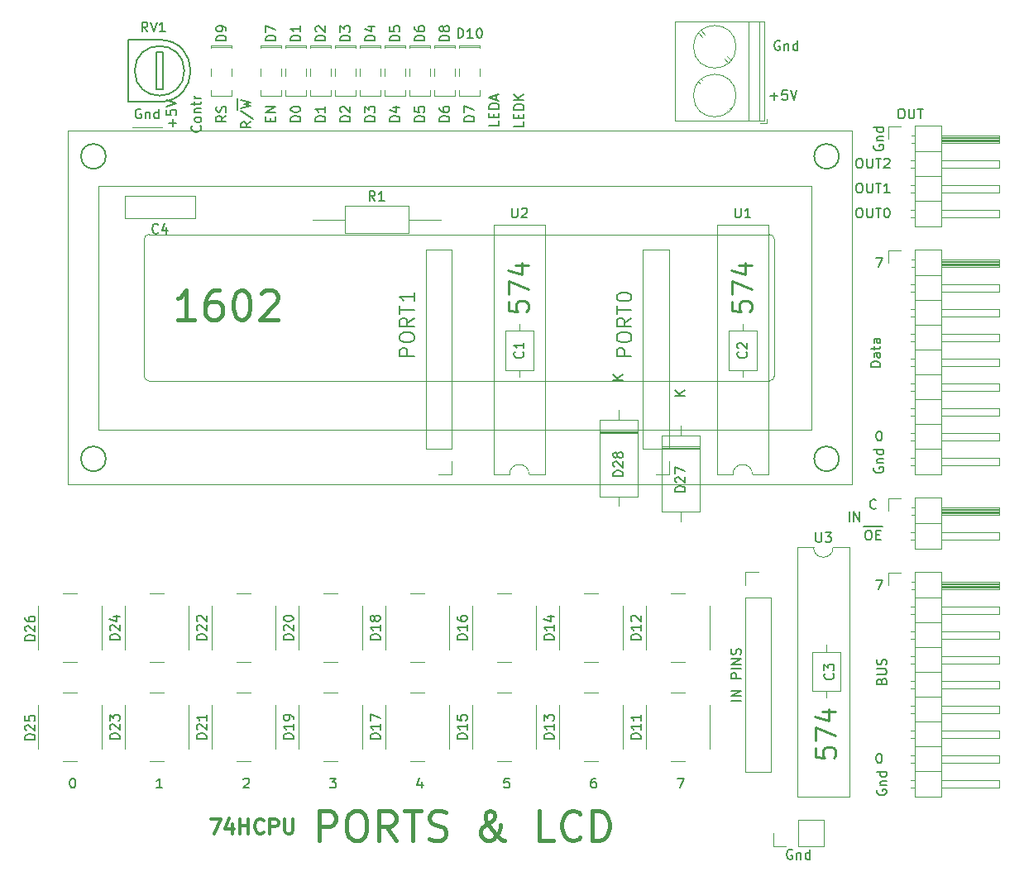
<source format=gbr>
%TF.GenerationSoftware,KiCad,Pcbnew,(5.1.8)-1*%
%TF.CreationDate,2023-07-23T00:45:23+03:00*%
%TF.ProjectId,Ports,506f7274-732e-46b6-9963-61645f706362,rev?*%
%TF.SameCoordinates,Original*%
%TF.FileFunction,Legend,Top*%
%TF.FilePolarity,Positive*%
%FSLAX46Y46*%
G04 Gerber Fmt 4.6, Leading zero omitted, Abs format (unit mm)*
G04 Created by KiCad (PCBNEW (5.1.8)-1) date 2023-07-23 00:45:23*
%MOMM*%
%LPD*%
G01*
G04 APERTURE LIST*
%ADD10C,0.150000*%
%ADD11C,0.250000*%
%ADD12C,0.400000*%
%ADD13C,0.300000*%
%ADD14C,0.200000*%
%ADD15C,0.120000*%
G04 APERTURE END LIST*
D10*
X124452142Y-108402500D02*
X124356904Y-108354880D01*
X124214047Y-108354880D01*
X124071190Y-108402500D01*
X123975952Y-108497738D01*
X123928333Y-108592976D01*
X123880714Y-108783452D01*
X123880714Y-108926309D01*
X123928333Y-109116785D01*
X123975952Y-109212023D01*
X124071190Y-109307261D01*
X124214047Y-109354880D01*
X124309285Y-109354880D01*
X124452142Y-109307261D01*
X124499761Y-109259642D01*
X124499761Y-108926309D01*
X124309285Y-108926309D01*
X124928333Y-108688214D02*
X124928333Y-109354880D01*
X124928333Y-108783452D02*
X124975952Y-108735833D01*
X125071190Y-108688214D01*
X125214047Y-108688214D01*
X125309285Y-108735833D01*
X125356904Y-108831071D01*
X125356904Y-109354880D01*
X126261666Y-109354880D02*
X126261666Y-108354880D01*
X126261666Y-109307261D02*
X126166428Y-109354880D01*
X125975952Y-109354880D01*
X125880714Y-109307261D01*
X125833095Y-109259642D01*
X125785476Y-109164404D01*
X125785476Y-108878690D01*
X125833095Y-108783452D01*
X125880714Y-108735833D01*
X125975952Y-108688214D01*
X126166428Y-108688214D01*
X126261666Y-108735833D01*
X119197380Y-93130357D02*
X118197380Y-93130357D01*
X119197380Y-92654166D02*
X118197380Y-92654166D01*
X119197380Y-92082738D01*
X118197380Y-92082738D01*
X119197380Y-90844642D02*
X118197380Y-90844642D01*
X118197380Y-90463690D01*
X118245000Y-90368452D01*
X118292619Y-90320833D01*
X118387857Y-90273214D01*
X118530714Y-90273214D01*
X118625952Y-90320833D01*
X118673571Y-90368452D01*
X118721190Y-90463690D01*
X118721190Y-90844642D01*
X119197380Y-89844642D02*
X118197380Y-89844642D01*
X119197380Y-89368452D02*
X118197380Y-89368452D01*
X119197380Y-88797023D01*
X118197380Y-88797023D01*
X119149761Y-88368452D02*
X119197380Y-88225595D01*
X119197380Y-87987500D01*
X119149761Y-87892261D01*
X119102142Y-87844642D01*
X119006904Y-87797023D01*
X118911666Y-87797023D01*
X118816428Y-87844642D01*
X118768809Y-87892261D01*
X118721190Y-87987500D01*
X118673571Y-88177976D01*
X118625952Y-88273214D01*
X118578333Y-88320833D01*
X118483095Y-88368452D01*
X118387857Y-88368452D01*
X118292619Y-88320833D01*
X118245000Y-88273214D01*
X118197380Y-88177976D01*
X118197380Y-87939880D01*
X118245000Y-87797023D01*
X135525000Y-32472380D02*
X135715476Y-32472380D01*
X135810714Y-32520000D01*
X135905952Y-32615238D01*
X135953571Y-32805714D01*
X135953571Y-33139047D01*
X135905952Y-33329523D01*
X135810714Y-33424761D01*
X135715476Y-33472380D01*
X135525000Y-33472380D01*
X135429761Y-33424761D01*
X135334523Y-33329523D01*
X135286904Y-33139047D01*
X135286904Y-32805714D01*
X135334523Y-32615238D01*
X135429761Y-32520000D01*
X135525000Y-32472380D01*
X136382142Y-32472380D02*
X136382142Y-33281904D01*
X136429761Y-33377142D01*
X136477380Y-33424761D01*
X136572619Y-33472380D01*
X136763095Y-33472380D01*
X136858333Y-33424761D01*
X136905952Y-33377142D01*
X136953571Y-33281904D01*
X136953571Y-32472380D01*
X137286904Y-32472380D02*
X137858333Y-32472380D01*
X137572619Y-33472380D02*
X137572619Y-32472380D01*
X112696666Y-101052380D02*
X113363333Y-101052380D01*
X112934761Y-102052380D01*
X104330476Y-101052380D02*
X104140000Y-101052380D01*
X104044761Y-101100000D01*
X103997142Y-101147619D01*
X103901904Y-101290476D01*
X103854285Y-101480952D01*
X103854285Y-101861904D01*
X103901904Y-101957142D01*
X103949523Y-102004761D01*
X104044761Y-102052380D01*
X104235238Y-102052380D01*
X104330476Y-102004761D01*
X104378095Y-101957142D01*
X104425714Y-101861904D01*
X104425714Y-101623809D01*
X104378095Y-101528571D01*
X104330476Y-101480952D01*
X104235238Y-101433333D01*
X104044761Y-101433333D01*
X103949523Y-101480952D01*
X103901904Y-101528571D01*
X103854285Y-101623809D01*
X95488095Y-101052380D02*
X95011904Y-101052380D01*
X94964285Y-101528571D01*
X95011904Y-101480952D01*
X95107142Y-101433333D01*
X95345238Y-101433333D01*
X95440476Y-101480952D01*
X95488095Y-101528571D01*
X95535714Y-101623809D01*
X95535714Y-101861904D01*
X95488095Y-101957142D01*
X95440476Y-102004761D01*
X95345238Y-102052380D01*
X95107142Y-102052380D01*
X95011904Y-102004761D01*
X94964285Y-101957142D01*
X86550476Y-101385714D02*
X86550476Y-102052380D01*
X86312380Y-101004761D02*
X86074285Y-101719047D01*
X86693333Y-101719047D01*
X77136666Y-101052380D02*
X77755714Y-101052380D01*
X77422380Y-101433333D01*
X77565238Y-101433333D01*
X77660476Y-101480952D01*
X77708095Y-101528571D01*
X77755714Y-101623809D01*
X77755714Y-101861904D01*
X77708095Y-101957142D01*
X77660476Y-102004761D01*
X77565238Y-102052380D01*
X77279523Y-102052380D01*
X77184285Y-102004761D01*
X77136666Y-101957142D01*
X68294285Y-101147619D02*
X68341904Y-101100000D01*
X68437142Y-101052380D01*
X68675238Y-101052380D01*
X68770476Y-101100000D01*
X68818095Y-101147619D01*
X68865714Y-101242857D01*
X68865714Y-101338095D01*
X68818095Y-101480952D01*
X68246666Y-102052380D01*
X68865714Y-102052380D01*
X59975714Y-102052380D02*
X59404285Y-102052380D01*
X59690000Y-102052380D02*
X59690000Y-101052380D01*
X59594761Y-101195238D01*
X59499523Y-101290476D01*
X59404285Y-101338095D01*
X50752380Y-101052380D02*
X50847619Y-101052380D01*
X50942857Y-101100000D01*
X50990476Y-101147619D01*
X51038095Y-101242857D01*
X51085714Y-101433333D01*
X51085714Y-101671428D01*
X51038095Y-101861904D01*
X50990476Y-101957142D01*
X50942857Y-102004761D01*
X50847619Y-102052380D01*
X50752380Y-102052380D01*
X50657142Y-102004761D01*
X50609523Y-101957142D01*
X50561904Y-101861904D01*
X50514285Y-101671428D01*
X50514285Y-101433333D01*
X50561904Y-101242857D01*
X50609523Y-101147619D01*
X50657142Y-101100000D01*
X50752380Y-101052380D01*
D11*
X126857261Y-97948571D02*
X126857261Y-98900952D01*
X127809642Y-98996190D01*
X127714404Y-98900952D01*
X127619166Y-98710476D01*
X127619166Y-98234285D01*
X127714404Y-98043809D01*
X127809642Y-97948571D01*
X128000119Y-97853333D01*
X128476309Y-97853333D01*
X128666785Y-97948571D01*
X128762023Y-98043809D01*
X128857261Y-98234285D01*
X128857261Y-98710476D01*
X128762023Y-98900952D01*
X128666785Y-98996190D01*
X126857261Y-97186666D02*
X126857261Y-95853333D01*
X128857261Y-96710476D01*
X127523928Y-94234285D02*
X128857261Y-94234285D01*
X126762023Y-94710476D02*
X128190595Y-95186666D01*
X128190595Y-93948571D01*
D10*
X133167500Y-102242857D02*
X133119880Y-102338095D01*
X133119880Y-102480952D01*
X133167500Y-102623809D01*
X133262738Y-102719047D01*
X133357976Y-102766666D01*
X133548452Y-102814285D01*
X133691309Y-102814285D01*
X133881785Y-102766666D01*
X133977023Y-102719047D01*
X134072261Y-102623809D01*
X134119880Y-102480952D01*
X134119880Y-102385714D01*
X134072261Y-102242857D01*
X134024642Y-102195238D01*
X133691309Y-102195238D01*
X133691309Y-102385714D01*
X133453214Y-101766666D02*
X134119880Y-101766666D01*
X133548452Y-101766666D02*
X133500833Y-101719047D01*
X133453214Y-101623809D01*
X133453214Y-101480952D01*
X133500833Y-101385714D01*
X133596071Y-101338095D01*
X134119880Y-101338095D01*
X134119880Y-100433333D02*
X133119880Y-100433333D01*
X134072261Y-100433333D02*
X134119880Y-100528571D01*
X134119880Y-100719047D01*
X134072261Y-100814285D01*
X134024642Y-100861904D01*
X133929404Y-100909523D01*
X133643690Y-100909523D01*
X133548452Y-100861904D01*
X133500833Y-100814285D01*
X133453214Y-100719047D01*
X133453214Y-100528571D01*
X133500833Y-100433333D01*
X131738809Y-75285000D02*
X132786428Y-75285000D01*
X132167380Y-75652380D02*
X132357857Y-75652380D01*
X132453095Y-75700000D01*
X132548333Y-75795238D01*
X132595952Y-75985714D01*
X132595952Y-76319047D01*
X132548333Y-76509523D01*
X132453095Y-76604761D01*
X132357857Y-76652380D01*
X132167380Y-76652380D01*
X132072142Y-76604761D01*
X131976904Y-76509523D01*
X131929285Y-76319047D01*
X131929285Y-75985714D01*
X131976904Y-75795238D01*
X132072142Y-75700000D01*
X132167380Y-75652380D01*
X132786428Y-75285000D02*
X133691190Y-75285000D01*
X133024523Y-76128571D02*
X133357857Y-76128571D01*
X133500714Y-76652380D02*
X133024523Y-76652380D01*
X133024523Y-75652380D01*
X133500714Y-75652380D01*
X133024523Y-73382142D02*
X132976904Y-73429761D01*
X132834047Y-73477380D01*
X132738809Y-73477380D01*
X132595952Y-73429761D01*
X132500714Y-73334523D01*
X132453095Y-73239285D01*
X132405476Y-73048809D01*
X132405476Y-72905952D01*
X132453095Y-72715476D01*
X132500714Y-72620238D01*
X132595952Y-72525000D01*
X132738809Y-72477380D01*
X132834047Y-72477380D01*
X132976904Y-72525000D01*
X133024523Y-72572619D01*
X130286190Y-74747380D02*
X130286190Y-73747380D01*
X130762380Y-74747380D02*
X130762380Y-73747380D01*
X131333809Y-74747380D01*
X131333809Y-73747380D01*
X133016666Y-80732380D02*
X133683333Y-80732380D01*
X133254761Y-81732380D01*
X133302380Y-98512380D02*
X133397619Y-98512380D01*
X133492857Y-98560000D01*
X133540476Y-98607619D01*
X133588095Y-98702857D01*
X133635714Y-98893333D01*
X133635714Y-99131428D01*
X133588095Y-99321904D01*
X133540476Y-99417142D01*
X133492857Y-99464761D01*
X133397619Y-99512380D01*
X133302380Y-99512380D01*
X133207142Y-99464761D01*
X133159523Y-99417142D01*
X133111904Y-99321904D01*
X133064285Y-99131428D01*
X133064285Y-98893333D01*
X133111904Y-98702857D01*
X133159523Y-98607619D01*
X133207142Y-98560000D01*
X133302380Y-98512380D01*
X133596071Y-91098571D02*
X133643690Y-90955714D01*
X133691309Y-90908095D01*
X133786547Y-90860476D01*
X133929404Y-90860476D01*
X134024642Y-90908095D01*
X134072261Y-90955714D01*
X134119880Y-91050952D01*
X134119880Y-91431904D01*
X133119880Y-91431904D01*
X133119880Y-91098571D01*
X133167500Y-91003333D01*
X133215119Y-90955714D01*
X133310357Y-90908095D01*
X133405595Y-90908095D01*
X133500833Y-90955714D01*
X133548452Y-91003333D01*
X133596071Y-91098571D01*
X133596071Y-91431904D01*
X133119880Y-90431904D02*
X133929404Y-90431904D01*
X134024642Y-90384285D01*
X134072261Y-90336666D01*
X134119880Y-90241428D01*
X134119880Y-90050952D01*
X134072261Y-89955714D01*
X134024642Y-89908095D01*
X133929404Y-89860476D01*
X133119880Y-89860476D01*
X134072261Y-89431904D02*
X134119880Y-89289047D01*
X134119880Y-89050952D01*
X134072261Y-88955714D01*
X134024642Y-88908095D01*
X133929404Y-88860476D01*
X133834166Y-88860476D01*
X133738928Y-88908095D01*
X133691309Y-88955714D01*
X133643690Y-89050952D01*
X133596071Y-89241428D01*
X133548452Y-89336666D01*
X133500833Y-89384285D01*
X133405595Y-89431904D01*
X133310357Y-89431904D01*
X133215119Y-89384285D01*
X133167500Y-89336666D01*
X133119880Y-89241428D01*
X133119880Y-89003333D01*
X133167500Y-88860476D01*
X131238809Y-42632380D02*
X131429285Y-42632380D01*
X131524523Y-42680000D01*
X131619761Y-42775238D01*
X131667380Y-42965714D01*
X131667380Y-43299047D01*
X131619761Y-43489523D01*
X131524523Y-43584761D01*
X131429285Y-43632380D01*
X131238809Y-43632380D01*
X131143571Y-43584761D01*
X131048333Y-43489523D01*
X131000714Y-43299047D01*
X131000714Y-42965714D01*
X131048333Y-42775238D01*
X131143571Y-42680000D01*
X131238809Y-42632380D01*
X132095952Y-42632380D02*
X132095952Y-43441904D01*
X132143571Y-43537142D01*
X132191190Y-43584761D01*
X132286428Y-43632380D01*
X132476904Y-43632380D01*
X132572142Y-43584761D01*
X132619761Y-43537142D01*
X132667380Y-43441904D01*
X132667380Y-42632380D01*
X133000714Y-42632380D02*
X133572142Y-42632380D01*
X133286428Y-43632380D02*
X133286428Y-42632380D01*
X134095952Y-42632380D02*
X134191190Y-42632380D01*
X134286428Y-42680000D01*
X134334047Y-42727619D01*
X134381666Y-42822857D01*
X134429285Y-43013333D01*
X134429285Y-43251428D01*
X134381666Y-43441904D01*
X134334047Y-43537142D01*
X134286428Y-43584761D01*
X134191190Y-43632380D01*
X134095952Y-43632380D01*
X134000714Y-43584761D01*
X133953095Y-43537142D01*
X133905476Y-43441904D01*
X133857857Y-43251428D01*
X133857857Y-43013333D01*
X133905476Y-42822857D01*
X133953095Y-42727619D01*
X134000714Y-42680000D01*
X134095952Y-42632380D01*
X69032380Y-33805714D02*
X68556190Y-34139047D01*
X69032380Y-34377142D02*
X68032380Y-34377142D01*
X68032380Y-33996190D01*
X68080000Y-33900952D01*
X68127619Y-33853333D01*
X68222857Y-33805714D01*
X68365714Y-33805714D01*
X68460952Y-33853333D01*
X68508571Y-33900952D01*
X68556190Y-33996190D01*
X68556190Y-34377142D01*
X67984761Y-32662857D02*
X69270476Y-33520000D01*
X67665000Y-32567619D02*
X67665000Y-31424761D01*
X68032380Y-32424761D02*
X69032380Y-32186666D01*
X68318095Y-31996190D01*
X69032380Y-31805714D01*
X68032380Y-31567619D01*
X96972380Y-33781857D02*
X96972380Y-34258047D01*
X95972380Y-34258047D01*
X96448571Y-33448523D02*
X96448571Y-33115190D01*
X96972380Y-32972333D02*
X96972380Y-33448523D01*
X95972380Y-33448523D01*
X95972380Y-32972333D01*
X96972380Y-32543761D02*
X95972380Y-32543761D01*
X95972380Y-32305666D01*
X96020000Y-32162809D01*
X96115238Y-32067571D01*
X96210476Y-32019952D01*
X96400952Y-31972333D01*
X96543809Y-31972333D01*
X96734285Y-32019952D01*
X96829523Y-32067571D01*
X96924761Y-32162809D01*
X96972380Y-32305666D01*
X96972380Y-32543761D01*
X96972380Y-31543761D02*
X95972380Y-31543761D01*
X96972380Y-30972333D02*
X96400952Y-31400904D01*
X95972380Y-30972333D02*
X96543809Y-31543761D01*
X94432380Y-33710428D02*
X94432380Y-34186619D01*
X93432380Y-34186619D01*
X93908571Y-33377095D02*
X93908571Y-33043761D01*
X94432380Y-32900904D02*
X94432380Y-33377095D01*
X93432380Y-33377095D01*
X93432380Y-32900904D01*
X94432380Y-32472333D02*
X93432380Y-32472333D01*
X93432380Y-32234238D01*
X93480000Y-32091380D01*
X93575238Y-31996142D01*
X93670476Y-31948523D01*
X93860952Y-31900904D01*
X94003809Y-31900904D01*
X94194285Y-31948523D01*
X94289523Y-31996142D01*
X94384761Y-32091380D01*
X94432380Y-32234238D01*
X94432380Y-32472333D01*
X94146666Y-31519952D02*
X94146666Y-31043761D01*
X94432380Y-31615190D02*
X93432380Y-31281857D01*
X94432380Y-30948523D01*
X91892380Y-33758095D02*
X90892380Y-33758095D01*
X90892380Y-33520000D01*
X90940000Y-33377142D01*
X91035238Y-33281904D01*
X91130476Y-33234285D01*
X91320952Y-33186666D01*
X91463809Y-33186666D01*
X91654285Y-33234285D01*
X91749523Y-33281904D01*
X91844761Y-33377142D01*
X91892380Y-33520000D01*
X91892380Y-33758095D01*
X90892380Y-32853333D02*
X90892380Y-32186666D01*
X91892380Y-32615238D01*
X89352380Y-33758095D02*
X88352380Y-33758095D01*
X88352380Y-33520000D01*
X88400000Y-33377142D01*
X88495238Y-33281904D01*
X88590476Y-33234285D01*
X88780952Y-33186666D01*
X88923809Y-33186666D01*
X89114285Y-33234285D01*
X89209523Y-33281904D01*
X89304761Y-33377142D01*
X89352380Y-33520000D01*
X89352380Y-33758095D01*
X88352380Y-32329523D02*
X88352380Y-32520000D01*
X88400000Y-32615238D01*
X88447619Y-32662857D01*
X88590476Y-32758095D01*
X88780952Y-32805714D01*
X89161904Y-32805714D01*
X89257142Y-32758095D01*
X89304761Y-32710476D01*
X89352380Y-32615238D01*
X89352380Y-32424761D01*
X89304761Y-32329523D01*
X89257142Y-32281904D01*
X89161904Y-32234285D01*
X88923809Y-32234285D01*
X88828571Y-32281904D01*
X88780952Y-32329523D01*
X88733333Y-32424761D01*
X88733333Y-32615238D01*
X88780952Y-32710476D01*
X88828571Y-32758095D01*
X88923809Y-32805714D01*
X86812380Y-33758095D02*
X85812380Y-33758095D01*
X85812380Y-33520000D01*
X85860000Y-33377142D01*
X85955238Y-33281904D01*
X86050476Y-33234285D01*
X86240952Y-33186666D01*
X86383809Y-33186666D01*
X86574285Y-33234285D01*
X86669523Y-33281904D01*
X86764761Y-33377142D01*
X86812380Y-33520000D01*
X86812380Y-33758095D01*
X85812380Y-32281904D02*
X85812380Y-32758095D01*
X86288571Y-32805714D01*
X86240952Y-32758095D01*
X86193333Y-32662857D01*
X86193333Y-32424761D01*
X86240952Y-32329523D01*
X86288571Y-32281904D01*
X86383809Y-32234285D01*
X86621904Y-32234285D01*
X86717142Y-32281904D01*
X86764761Y-32329523D01*
X86812380Y-32424761D01*
X86812380Y-32662857D01*
X86764761Y-32758095D01*
X86717142Y-32805714D01*
X84272380Y-33758095D02*
X83272380Y-33758095D01*
X83272380Y-33520000D01*
X83320000Y-33377142D01*
X83415238Y-33281904D01*
X83510476Y-33234285D01*
X83700952Y-33186666D01*
X83843809Y-33186666D01*
X84034285Y-33234285D01*
X84129523Y-33281904D01*
X84224761Y-33377142D01*
X84272380Y-33520000D01*
X84272380Y-33758095D01*
X83605714Y-32329523D02*
X84272380Y-32329523D01*
X83224761Y-32567619D02*
X83939047Y-32805714D01*
X83939047Y-32186666D01*
X81732380Y-33758095D02*
X80732380Y-33758095D01*
X80732380Y-33520000D01*
X80780000Y-33377142D01*
X80875238Y-33281904D01*
X80970476Y-33234285D01*
X81160952Y-33186666D01*
X81303809Y-33186666D01*
X81494285Y-33234285D01*
X81589523Y-33281904D01*
X81684761Y-33377142D01*
X81732380Y-33520000D01*
X81732380Y-33758095D01*
X80732380Y-32853333D02*
X80732380Y-32234285D01*
X81113333Y-32567619D01*
X81113333Y-32424761D01*
X81160952Y-32329523D01*
X81208571Y-32281904D01*
X81303809Y-32234285D01*
X81541904Y-32234285D01*
X81637142Y-32281904D01*
X81684761Y-32329523D01*
X81732380Y-32424761D01*
X81732380Y-32710476D01*
X81684761Y-32805714D01*
X81637142Y-32853333D01*
X79192380Y-33758095D02*
X78192380Y-33758095D01*
X78192380Y-33520000D01*
X78240000Y-33377142D01*
X78335238Y-33281904D01*
X78430476Y-33234285D01*
X78620952Y-33186666D01*
X78763809Y-33186666D01*
X78954285Y-33234285D01*
X79049523Y-33281904D01*
X79144761Y-33377142D01*
X79192380Y-33520000D01*
X79192380Y-33758095D01*
X78287619Y-32805714D02*
X78240000Y-32758095D01*
X78192380Y-32662857D01*
X78192380Y-32424761D01*
X78240000Y-32329523D01*
X78287619Y-32281904D01*
X78382857Y-32234285D01*
X78478095Y-32234285D01*
X78620952Y-32281904D01*
X79192380Y-32853333D01*
X79192380Y-32234285D01*
X76652380Y-33758095D02*
X75652380Y-33758095D01*
X75652380Y-33520000D01*
X75700000Y-33377142D01*
X75795238Y-33281904D01*
X75890476Y-33234285D01*
X76080952Y-33186666D01*
X76223809Y-33186666D01*
X76414285Y-33234285D01*
X76509523Y-33281904D01*
X76604761Y-33377142D01*
X76652380Y-33520000D01*
X76652380Y-33758095D01*
X76652380Y-32234285D02*
X76652380Y-32805714D01*
X76652380Y-32520000D02*
X75652380Y-32520000D01*
X75795238Y-32615238D01*
X75890476Y-32710476D01*
X75938095Y-32805714D01*
X74112380Y-33758095D02*
X73112380Y-33758095D01*
X73112380Y-33520000D01*
X73160000Y-33377142D01*
X73255238Y-33281904D01*
X73350476Y-33234285D01*
X73540952Y-33186666D01*
X73683809Y-33186666D01*
X73874285Y-33234285D01*
X73969523Y-33281904D01*
X74064761Y-33377142D01*
X74112380Y-33520000D01*
X74112380Y-33758095D01*
X73112380Y-32567619D02*
X73112380Y-32472380D01*
X73160000Y-32377142D01*
X73207619Y-32329523D01*
X73302857Y-32281904D01*
X73493333Y-32234285D01*
X73731428Y-32234285D01*
X73921904Y-32281904D01*
X74017142Y-32329523D01*
X74064761Y-32377142D01*
X74112380Y-32472380D01*
X74112380Y-32567619D01*
X74064761Y-32662857D01*
X74017142Y-32710476D01*
X73921904Y-32758095D01*
X73731428Y-32805714D01*
X73493333Y-32805714D01*
X73302857Y-32758095D01*
X73207619Y-32710476D01*
X73160000Y-32662857D01*
X73112380Y-32567619D01*
X71048571Y-33758095D02*
X71048571Y-33424761D01*
X71572380Y-33281904D02*
X71572380Y-33758095D01*
X70572380Y-33758095D01*
X70572380Y-33281904D01*
X71572380Y-32853333D02*
X70572380Y-32853333D01*
X71572380Y-32281904D01*
X70572380Y-32281904D01*
X66492380Y-33186666D02*
X66016190Y-33520000D01*
X66492380Y-33758095D02*
X65492380Y-33758095D01*
X65492380Y-33377142D01*
X65540000Y-33281904D01*
X65587619Y-33234285D01*
X65682857Y-33186666D01*
X65825714Y-33186666D01*
X65920952Y-33234285D01*
X65968571Y-33281904D01*
X66016190Y-33377142D01*
X66016190Y-33758095D01*
X66444761Y-32805714D02*
X66492380Y-32662857D01*
X66492380Y-32424761D01*
X66444761Y-32329523D01*
X66397142Y-32281904D01*
X66301904Y-32234285D01*
X66206666Y-32234285D01*
X66111428Y-32281904D01*
X66063809Y-32329523D01*
X66016190Y-32424761D01*
X65968571Y-32615238D01*
X65920952Y-32710476D01*
X65873333Y-32758095D01*
X65778095Y-32805714D01*
X65682857Y-32805714D01*
X65587619Y-32758095D01*
X65540000Y-32710476D01*
X65492380Y-32615238D01*
X65492380Y-32377142D01*
X65540000Y-32234285D01*
X63857142Y-34210476D02*
X63904761Y-34258095D01*
X63952380Y-34400952D01*
X63952380Y-34496190D01*
X63904761Y-34639047D01*
X63809523Y-34734285D01*
X63714285Y-34781904D01*
X63523809Y-34829523D01*
X63380952Y-34829523D01*
X63190476Y-34781904D01*
X63095238Y-34734285D01*
X63000000Y-34639047D01*
X62952380Y-34496190D01*
X62952380Y-34400952D01*
X63000000Y-34258095D01*
X63047619Y-34210476D01*
X63952380Y-33639047D02*
X63904761Y-33734285D01*
X63857142Y-33781904D01*
X63761904Y-33829523D01*
X63476190Y-33829523D01*
X63380952Y-33781904D01*
X63333333Y-33734285D01*
X63285714Y-33639047D01*
X63285714Y-33496190D01*
X63333333Y-33400952D01*
X63380952Y-33353333D01*
X63476190Y-33305714D01*
X63761904Y-33305714D01*
X63857142Y-33353333D01*
X63904761Y-33400952D01*
X63952380Y-33496190D01*
X63952380Y-33639047D01*
X63285714Y-32877142D02*
X63952380Y-32877142D01*
X63380952Y-32877142D02*
X63333333Y-32829523D01*
X63285714Y-32734285D01*
X63285714Y-32591428D01*
X63333333Y-32496190D01*
X63428571Y-32448571D01*
X63952380Y-32448571D01*
X63285714Y-32115238D02*
X63285714Y-31734285D01*
X62952380Y-31972380D02*
X63809523Y-31972380D01*
X63904761Y-31924761D01*
X63952380Y-31829523D01*
X63952380Y-31734285D01*
X63952380Y-31400952D02*
X63285714Y-31400952D01*
X63476190Y-31400952D02*
X63380952Y-31353333D01*
X63333333Y-31305714D01*
X63285714Y-31210476D01*
X63285714Y-31115238D01*
X61031428Y-34305714D02*
X61031428Y-33543809D01*
X61412380Y-33924761D02*
X60650476Y-33924761D01*
X60412380Y-32591428D02*
X60412380Y-33067619D01*
X60888571Y-33115238D01*
X60840952Y-33067619D01*
X60793333Y-32972380D01*
X60793333Y-32734285D01*
X60840952Y-32639047D01*
X60888571Y-32591428D01*
X60983809Y-32543809D01*
X61221904Y-32543809D01*
X61317142Y-32591428D01*
X61364761Y-32639047D01*
X61412380Y-32734285D01*
X61412380Y-32972380D01*
X61364761Y-33067619D01*
X61317142Y-33115238D01*
X60412380Y-32258095D02*
X61412380Y-31924761D01*
X60412380Y-31591428D01*
X57777142Y-32520000D02*
X57681904Y-32472380D01*
X57539047Y-32472380D01*
X57396190Y-32520000D01*
X57300952Y-32615238D01*
X57253333Y-32710476D01*
X57205714Y-32900952D01*
X57205714Y-33043809D01*
X57253333Y-33234285D01*
X57300952Y-33329523D01*
X57396190Y-33424761D01*
X57539047Y-33472380D01*
X57634285Y-33472380D01*
X57777142Y-33424761D01*
X57824761Y-33377142D01*
X57824761Y-33043809D01*
X57634285Y-33043809D01*
X58253333Y-32805714D02*
X58253333Y-33472380D01*
X58253333Y-32900952D02*
X58300952Y-32853333D01*
X58396190Y-32805714D01*
X58539047Y-32805714D01*
X58634285Y-32853333D01*
X58681904Y-32948571D01*
X58681904Y-33472380D01*
X59586666Y-33472380D02*
X59586666Y-32472380D01*
X59586666Y-33424761D02*
X59491428Y-33472380D01*
X59300952Y-33472380D01*
X59205714Y-33424761D01*
X59158095Y-33377142D01*
X59110476Y-33281904D01*
X59110476Y-32996190D01*
X59158095Y-32900952D01*
X59205714Y-32853333D01*
X59300952Y-32805714D01*
X59491428Y-32805714D01*
X59586666Y-32853333D01*
X133484880Y-58919880D02*
X132484880Y-58919880D01*
X132484880Y-58681785D01*
X132532500Y-58538928D01*
X132627738Y-58443690D01*
X132722976Y-58396071D01*
X132913452Y-58348452D01*
X133056309Y-58348452D01*
X133246785Y-58396071D01*
X133342023Y-58443690D01*
X133437261Y-58538928D01*
X133484880Y-58681785D01*
X133484880Y-58919880D01*
X133484880Y-57491309D02*
X132961071Y-57491309D01*
X132865833Y-57538928D01*
X132818214Y-57634166D01*
X132818214Y-57824642D01*
X132865833Y-57919880D01*
X133437261Y-57491309D02*
X133484880Y-57586547D01*
X133484880Y-57824642D01*
X133437261Y-57919880D01*
X133342023Y-57967500D01*
X133246785Y-57967500D01*
X133151547Y-57919880D01*
X133103928Y-57824642D01*
X133103928Y-57586547D01*
X133056309Y-57491309D01*
X132818214Y-57157976D02*
X132818214Y-56777023D01*
X132484880Y-57015119D02*
X133342023Y-57015119D01*
X133437261Y-56967500D01*
X133484880Y-56872261D01*
X133484880Y-56777023D01*
X133484880Y-56015119D02*
X132961071Y-56015119D01*
X132865833Y-56062738D01*
X132818214Y-56157976D01*
X132818214Y-56348452D01*
X132865833Y-56443690D01*
X133437261Y-56015119D02*
X133484880Y-56110357D01*
X133484880Y-56348452D01*
X133437261Y-56443690D01*
X133342023Y-56491309D01*
X133246785Y-56491309D01*
X133151547Y-56443690D01*
X133103928Y-56348452D01*
X133103928Y-56110357D01*
X133056309Y-56015119D01*
D12*
X63246428Y-54062142D02*
X61532142Y-54062142D01*
X62389285Y-54062142D02*
X62389285Y-51062142D01*
X62103571Y-51490714D01*
X61817857Y-51776428D01*
X61532142Y-51919285D01*
X65817857Y-51062142D02*
X65246428Y-51062142D01*
X64960714Y-51205000D01*
X64817857Y-51347857D01*
X64532142Y-51776428D01*
X64389285Y-52347857D01*
X64389285Y-53490714D01*
X64532142Y-53776428D01*
X64675000Y-53919285D01*
X64960714Y-54062142D01*
X65532142Y-54062142D01*
X65817857Y-53919285D01*
X65960714Y-53776428D01*
X66103571Y-53490714D01*
X66103571Y-52776428D01*
X65960714Y-52490714D01*
X65817857Y-52347857D01*
X65532142Y-52205000D01*
X64960714Y-52205000D01*
X64675000Y-52347857D01*
X64532142Y-52490714D01*
X64389285Y-52776428D01*
X67960714Y-51062142D02*
X68246428Y-51062142D01*
X68532142Y-51205000D01*
X68675000Y-51347857D01*
X68817857Y-51633571D01*
X68960714Y-52205000D01*
X68960714Y-52919285D01*
X68817857Y-53490714D01*
X68675000Y-53776428D01*
X68532142Y-53919285D01*
X68246428Y-54062142D01*
X67960714Y-54062142D01*
X67675000Y-53919285D01*
X67532142Y-53776428D01*
X67389285Y-53490714D01*
X67246428Y-52919285D01*
X67246428Y-52205000D01*
X67389285Y-51633571D01*
X67532142Y-51347857D01*
X67675000Y-51205000D01*
X67960714Y-51062142D01*
X70103571Y-51347857D02*
X70246428Y-51205000D01*
X70532142Y-51062142D01*
X71246428Y-51062142D01*
X71532142Y-51205000D01*
X71675000Y-51347857D01*
X71817857Y-51633571D01*
X71817857Y-51919285D01*
X71675000Y-52347857D01*
X69960714Y-54062142D01*
X71817857Y-54062142D01*
D13*
X64929285Y-105223571D02*
X65929285Y-105223571D01*
X65286428Y-106723571D01*
X67143571Y-105723571D02*
X67143571Y-106723571D01*
X66786428Y-105152142D02*
X66429285Y-106223571D01*
X67357857Y-106223571D01*
X67929285Y-106723571D02*
X67929285Y-105223571D01*
X67929285Y-105937857D02*
X68786428Y-105937857D01*
X68786428Y-106723571D02*
X68786428Y-105223571D01*
X70357857Y-106580714D02*
X70286428Y-106652142D01*
X70072142Y-106723571D01*
X69929285Y-106723571D01*
X69715000Y-106652142D01*
X69572142Y-106509285D01*
X69500714Y-106366428D01*
X69429285Y-106080714D01*
X69429285Y-105866428D01*
X69500714Y-105580714D01*
X69572142Y-105437857D01*
X69715000Y-105295000D01*
X69929285Y-105223571D01*
X70072142Y-105223571D01*
X70286428Y-105295000D01*
X70357857Y-105366428D01*
X71000714Y-106723571D02*
X71000714Y-105223571D01*
X71572142Y-105223571D01*
X71715000Y-105295000D01*
X71786428Y-105366428D01*
X71857857Y-105509285D01*
X71857857Y-105723571D01*
X71786428Y-105866428D01*
X71715000Y-105937857D01*
X71572142Y-106009285D01*
X71000714Y-106009285D01*
X72500714Y-105223571D02*
X72500714Y-106437857D01*
X72572142Y-106580714D01*
X72643571Y-106652142D01*
X72786428Y-106723571D01*
X73072142Y-106723571D01*
X73215000Y-106652142D01*
X73286428Y-106580714D01*
X73357857Y-106437857D01*
X73357857Y-105223571D01*
D12*
X76019285Y-107402142D02*
X76019285Y-104402142D01*
X77162142Y-104402142D01*
X77447857Y-104545000D01*
X77590714Y-104687857D01*
X77733571Y-104973571D01*
X77733571Y-105402142D01*
X77590714Y-105687857D01*
X77447857Y-105830714D01*
X77162142Y-105973571D01*
X76019285Y-105973571D01*
X79590714Y-104402142D02*
X80162142Y-104402142D01*
X80447857Y-104545000D01*
X80733571Y-104830714D01*
X80876428Y-105402142D01*
X80876428Y-106402142D01*
X80733571Y-106973571D01*
X80447857Y-107259285D01*
X80162142Y-107402142D01*
X79590714Y-107402142D01*
X79305000Y-107259285D01*
X79019285Y-106973571D01*
X78876428Y-106402142D01*
X78876428Y-105402142D01*
X79019285Y-104830714D01*
X79305000Y-104545000D01*
X79590714Y-104402142D01*
X83876428Y-107402142D02*
X82876428Y-105973571D01*
X82162142Y-107402142D02*
X82162142Y-104402142D01*
X83305000Y-104402142D01*
X83590714Y-104545000D01*
X83733571Y-104687857D01*
X83876428Y-104973571D01*
X83876428Y-105402142D01*
X83733571Y-105687857D01*
X83590714Y-105830714D01*
X83305000Y-105973571D01*
X82162142Y-105973571D01*
X84733571Y-104402142D02*
X86447857Y-104402142D01*
X85590714Y-107402142D02*
X85590714Y-104402142D01*
X87305000Y-107259285D02*
X87733571Y-107402142D01*
X88447857Y-107402142D01*
X88733571Y-107259285D01*
X88876428Y-107116428D01*
X89019285Y-106830714D01*
X89019285Y-106545000D01*
X88876428Y-106259285D01*
X88733571Y-106116428D01*
X88447857Y-105973571D01*
X87876428Y-105830714D01*
X87590714Y-105687857D01*
X87447857Y-105545000D01*
X87305000Y-105259285D01*
X87305000Y-104973571D01*
X87447857Y-104687857D01*
X87590714Y-104545000D01*
X87876428Y-104402142D01*
X88590714Y-104402142D01*
X89019285Y-104545000D01*
X95019285Y-107402142D02*
X94876428Y-107402142D01*
X94590714Y-107259285D01*
X94162142Y-106830714D01*
X93447857Y-105973571D01*
X93162142Y-105545000D01*
X93019285Y-105116428D01*
X93019285Y-104830714D01*
X93162142Y-104545000D01*
X93447857Y-104402142D01*
X93590714Y-104402142D01*
X93876428Y-104545000D01*
X94019285Y-104830714D01*
X94019285Y-104973571D01*
X93876428Y-105259285D01*
X93733571Y-105402142D01*
X92876428Y-105973571D01*
X92733571Y-106116428D01*
X92590714Y-106402142D01*
X92590714Y-106830714D01*
X92733571Y-107116428D01*
X92876428Y-107259285D01*
X93162142Y-107402142D01*
X93590714Y-107402142D01*
X93876428Y-107259285D01*
X94019285Y-107116428D01*
X94447857Y-106545000D01*
X94590714Y-106116428D01*
X94590714Y-105830714D01*
X100019285Y-107402142D02*
X98590714Y-107402142D01*
X98590714Y-104402142D01*
X102733571Y-107116428D02*
X102590714Y-107259285D01*
X102162142Y-107402142D01*
X101876428Y-107402142D01*
X101447857Y-107259285D01*
X101162142Y-106973571D01*
X101019285Y-106687857D01*
X100876428Y-106116428D01*
X100876428Y-105687857D01*
X101019285Y-105116428D01*
X101162142Y-104830714D01*
X101447857Y-104545000D01*
X101876428Y-104402142D01*
X102162142Y-104402142D01*
X102590714Y-104545000D01*
X102733571Y-104687857D01*
X104019285Y-107402142D02*
X104019285Y-104402142D01*
X104733571Y-104402142D01*
X105162142Y-104545000D01*
X105447857Y-104830714D01*
X105590714Y-105116428D01*
X105733571Y-105687857D01*
X105733571Y-106116428D01*
X105590714Y-106687857D01*
X105447857Y-106973571D01*
X105162142Y-107259285D01*
X104733571Y-107402142D01*
X104019285Y-107402142D01*
D11*
X118284761Y-52228571D02*
X118284761Y-53180952D01*
X119237142Y-53276190D01*
X119141904Y-53180952D01*
X119046666Y-52990476D01*
X119046666Y-52514285D01*
X119141904Y-52323809D01*
X119237142Y-52228571D01*
X119427619Y-52133333D01*
X119903809Y-52133333D01*
X120094285Y-52228571D01*
X120189523Y-52323809D01*
X120284761Y-52514285D01*
X120284761Y-52990476D01*
X120189523Y-53180952D01*
X120094285Y-53276190D01*
X118284761Y-51466666D02*
X118284761Y-50133333D01*
X120284761Y-50990476D01*
X118951428Y-48514285D02*
X120284761Y-48514285D01*
X118189523Y-48990476D02*
X119618095Y-49466666D01*
X119618095Y-48228571D01*
X95424761Y-52228571D02*
X95424761Y-53180952D01*
X96377142Y-53276190D01*
X96281904Y-53180952D01*
X96186666Y-52990476D01*
X96186666Y-52514285D01*
X96281904Y-52323809D01*
X96377142Y-52228571D01*
X96567619Y-52133333D01*
X97043809Y-52133333D01*
X97234285Y-52228571D01*
X97329523Y-52323809D01*
X97424761Y-52514285D01*
X97424761Y-52990476D01*
X97329523Y-53180952D01*
X97234285Y-53276190D01*
X95424761Y-51466666D02*
X95424761Y-50133333D01*
X97424761Y-50990476D01*
X96091428Y-48514285D02*
X97424761Y-48514285D01*
X95329523Y-48990476D02*
X96758095Y-49466666D01*
X96758095Y-48228571D01*
D10*
X132850000Y-36202857D02*
X132802380Y-36298095D01*
X132802380Y-36440952D01*
X132850000Y-36583809D01*
X132945238Y-36679047D01*
X133040476Y-36726666D01*
X133230952Y-36774285D01*
X133373809Y-36774285D01*
X133564285Y-36726666D01*
X133659523Y-36679047D01*
X133754761Y-36583809D01*
X133802380Y-36440952D01*
X133802380Y-36345714D01*
X133754761Y-36202857D01*
X133707142Y-36155238D01*
X133373809Y-36155238D01*
X133373809Y-36345714D01*
X133135714Y-35726666D02*
X133802380Y-35726666D01*
X133230952Y-35726666D02*
X133183333Y-35679047D01*
X133135714Y-35583809D01*
X133135714Y-35440952D01*
X133183333Y-35345714D01*
X133278571Y-35298095D01*
X133802380Y-35298095D01*
X133802380Y-34393333D02*
X132802380Y-34393333D01*
X133754761Y-34393333D02*
X133802380Y-34488571D01*
X133802380Y-34679047D01*
X133754761Y-34774285D01*
X133707142Y-34821904D01*
X133611904Y-34869523D01*
X133326190Y-34869523D01*
X133230952Y-34821904D01*
X133183333Y-34774285D01*
X133135714Y-34679047D01*
X133135714Y-34488571D01*
X133183333Y-34393333D01*
X131238809Y-40092380D02*
X131429285Y-40092380D01*
X131524523Y-40140000D01*
X131619761Y-40235238D01*
X131667380Y-40425714D01*
X131667380Y-40759047D01*
X131619761Y-40949523D01*
X131524523Y-41044761D01*
X131429285Y-41092380D01*
X131238809Y-41092380D01*
X131143571Y-41044761D01*
X131048333Y-40949523D01*
X131000714Y-40759047D01*
X131000714Y-40425714D01*
X131048333Y-40235238D01*
X131143571Y-40140000D01*
X131238809Y-40092380D01*
X132095952Y-40092380D02*
X132095952Y-40901904D01*
X132143571Y-40997142D01*
X132191190Y-41044761D01*
X132286428Y-41092380D01*
X132476904Y-41092380D01*
X132572142Y-41044761D01*
X132619761Y-40997142D01*
X132667380Y-40901904D01*
X132667380Y-40092380D01*
X133000714Y-40092380D02*
X133572142Y-40092380D01*
X133286428Y-41092380D02*
X133286428Y-40092380D01*
X134429285Y-41092380D02*
X133857857Y-41092380D01*
X134143571Y-41092380D02*
X134143571Y-40092380D01*
X134048333Y-40235238D01*
X133953095Y-40330476D01*
X133857857Y-40378095D01*
X131238809Y-37552380D02*
X131429285Y-37552380D01*
X131524523Y-37600000D01*
X131619761Y-37695238D01*
X131667380Y-37885714D01*
X131667380Y-38219047D01*
X131619761Y-38409523D01*
X131524523Y-38504761D01*
X131429285Y-38552380D01*
X131238809Y-38552380D01*
X131143571Y-38504761D01*
X131048333Y-38409523D01*
X131000714Y-38219047D01*
X131000714Y-37885714D01*
X131048333Y-37695238D01*
X131143571Y-37600000D01*
X131238809Y-37552380D01*
X132095952Y-37552380D02*
X132095952Y-38361904D01*
X132143571Y-38457142D01*
X132191190Y-38504761D01*
X132286428Y-38552380D01*
X132476904Y-38552380D01*
X132572142Y-38504761D01*
X132619761Y-38457142D01*
X132667380Y-38361904D01*
X132667380Y-37552380D01*
X133000714Y-37552380D02*
X133572142Y-37552380D01*
X133286428Y-38552380D02*
X133286428Y-37552380D01*
X133857857Y-37647619D02*
X133905476Y-37600000D01*
X134000714Y-37552380D01*
X134238809Y-37552380D01*
X134334047Y-37600000D01*
X134381666Y-37647619D01*
X134429285Y-37742857D01*
X134429285Y-37838095D01*
X134381666Y-37980952D01*
X133810238Y-38552380D01*
X134429285Y-38552380D01*
X133016666Y-47712380D02*
X133683333Y-47712380D01*
X133254761Y-48712380D01*
X133302380Y-65492380D02*
X133397619Y-65492380D01*
X133492857Y-65540000D01*
X133540476Y-65587619D01*
X133588095Y-65682857D01*
X133635714Y-65873333D01*
X133635714Y-66111428D01*
X133588095Y-66301904D01*
X133540476Y-66397142D01*
X133492857Y-66444761D01*
X133397619Y-66492380D01*
X133302380Y-66492380D01*
X133207142Y-66444761D01*
X133159523Y-66397142D01*
X133111904Y-66301904D01*
X133064285Y-66111428D01*
X133064285Y-65873333D01*
X133111904Y-65682857D01*
X133159523Y-65587619D01*
X133207142Y-65540000D01*
X133302380Y-65492380D01*
X132850000Y-69222857D02*
X132802380Y-69318095D01*
X132802380Y-69460952D01*
X132850000Y-69603809D01*
X132945238Y-69699047D01*
X133040476Y-69746666D01*
X133230952Y-69794285D01*
X133373809Y-69794285D01*
X133564285Y-69746666D01*
X133659523Y-69699047D01*
X133754761Y-69603809D01*
X133802380Y-69460952D01*
X133802380Y-69365714D01*
X133754761Y-69222857D01*
X133707142Y-69175238D01*
X133373809Y-69175238D01*
X133373809Y-69365714D01*
X133135714Y-68746666D02*
X133802380Y-68746666D01*
X133230952Y-68746666D02*
X133183333Y-68699047D01*
X133135714Y-68603809D01*
X133135714Y-68460952D01*
X133183333Y-68365714D01*
X133278571Y-68318095D01*
X133802380Y-68318095D01*
X133802380Y-67413333D02*
X132802380Y-67413333D01*
X133754761Y-67413333D02*
X133802380Y-67508571D01*
X133802380Y-67699047D01*
X133754761Y-67794285D01*
X133707142Y-67841904D01*
X133611904Y-67889523D01*
X133326190Y-67889523D01*
X133230952Y-67841904D01*
X133183333Y-67794285D01*
X133135714Y-67699047D01*
X133135714Y-67508571D01*
X133183333Y-67413333D01*
D14*
X107993571Y-57824285D02*
X106493571Y-57824285D01*
X106493571Y-57252857D01*
X106565000Y-57110000D01*
X106636428Y-57038571D01*
X106779285Y-56967142D01*
X106993571Y-56967142D01*
X107136428Y-57038571D01*
X107207857Y-57110000D01*
X107279285Y-57252857D01*
X107279285Y-57824285D01*
X106493571Y-56038571D02*
X106493571Y-55752857D01*
X106565000Y-55610000D01*
X106707857Y-55467142D01*
X106993571Y-55395714D01*
X107493571Y-55395714D01*
X107779285Y-55467142D01*
X107922142Y-55610000D01*
X107993571Y-55752857D01*
X107993571Y-56038571D01*
X107922142Y-56181428D01*
X107779285Y-56324285D01*
X107493571Y-56395714D01*
X106993571Y-56395714D01*
X106707857Y-56324285D01*
X106565000Y-56181428D01*
X106493571Y-56038571D01*
X107993571Y-53895714D02*
X107279285Y-54395714D01*
X107993571Y-54752857D02*
X106493571Y-54752857D01*
X106493571Y-54181428D01*
X106565000Y-54038571D01*
X106636428Y-53967142D01*
X106779285Y-53895714D01*
X106993571Y-53895714D01*
X107136428Y-53967142D01*
X107207857Y-54038571D01*
X107279285Y-54181428D01*
X107279285Y-54752857D01*
X106493571Y-53467142D02*
X106493571Y-52610000D01*
X107993571Y-53038571D02*
X106493571Y-53038571D01*
X106493571Y-51824285D02*
X106493571Y-51681428D01*
X106565000Y-51538571D01*
X106636428Y-51467142D01*
X106779285Y-51395714D01*
X107065000Y-51324285D01*
X107422142Y-51324285D01*
X107707857Y-51395714D01*
X107850714Y-51467142D01*
X107922142Y-51538571D01*
X107993571Y-51681428D01*
X107993571Y-51824285D01*
X107922142Y-51967142D01*
X107850714Y-52038571D01*
X107707857Y-52110000D01*
X107422142Y-52181428D01*
X107065000Y-52181428D01*
X106779285Y-52110000D01*
X106636428Y-52038571D01*
X106565000Y-51967142D01*
X106493571Y-51824285D01*
X85768571Y-57824285D02*
X84268571Y-57824285D01*
X84268571Y-57252857D01*
X84340000Y-57110000D01*
X84411428Y-57038571D01*
X84554285Y-56967142D01*
X84768571Y-56967142D01*
X84911428Y-57038571D01*
X84982857Y-57110000D01*
X85054285Y-57252857D01*
X85054285Y-57824285D01*
X84268571Y-56038571D02*
X84268571Y-55752857D01*
X84340000Y-55610000D01*
X84482857Y-55467142D01*
X84768571Y-55395714D01*
X85268571Y-55395714D01*
X85554285Y-55467142D01*
X85697142Y-55610000D01*
X85768571Y-55752857D01*
X85768571Y-56038571D01*
X85697142Y-56181428D01*
X85554285Y-56324285D01*
X85268571Y-56395714D01*
X84768571Y-56395714D01*
X84482857Y-56324285D01*
X84340000Y-56181428D01*
X84268571Y-56038571D01*
X85768571Y-53895714D02*
X85054285Y-54395714D01*
X85768571Y-54752857D02*
X84268571Y-54752857D01*
X84268571Y-54181428D01*
X84340000Y-54038571D01*
X84411428Y-53967142D01*
X84554285Y-53895714D01*
X84768571Y-53895714D01*
X84911428Y-53967142D01*
X84982857Y-54038571D01*
X85054285Y-54181428D01*
X85054285Y-54752857D01*
X84268571Y-53467142D02*
X84268571Y-52610000D01*
X85768571Y-53038571D02*
X84268571Y-53038571D01*
X85768571Y-51324285D02*
X85768571Y-52181428D01*
X85768571Y-51752857D02*
X84268571Y-51752857D01*
X84482857Y-51895714D01*
X84625714Y-52038571D01*
X84697142Y-52181428D01*
D10*
X122221785Y-31186428D02*
X122983690Y-31186428D01*
X122602738Y-31567380D02*
X122602738Y-30805476D01*
X123936071Y-30567380D02*
X123459880Y-30567380D01*
X123412261Y-31043571D01*
X123459880Y-30995952D01*
X123555119Y-30948333D01*
X123793214Y-30948333D01*
X123888452Y-30995952D01*
X123936071Y-31043571D01*
X123983690Y-31138809D01*
X123983690Y-31376904D01*
X123936071Y-31472142D01*
X123888452Y-31519761D01*
X123793214Y-31567380D01*
X123555119Y-31567380D01*
X123459880Y-31519761D01*
X123412261Y-31472142D01*
X124269404Y-30567380D02*
X124602738Y-31567380D01*
X124936071Y-30567380D01*
X123182142Y-25535000D02*
X123086904Y-25487380D01*
X122944047Y-25487380D01*
X122801190Y-25535000D01*
X122705952Y-25630238D01*
X122658333Y-25725476D01*
X122610714Y-25915952D01*
X122610714Y-26058809D01*
X122658333Y-26249285D01*
X122705952Y-26344523D01*
X122801190Y-26439761D01*
X122944047Y-26487380D01*
X123039285Y-26487380D01*
X123182142Y-26439761D01*
X123229761Y-26392142D01*
X123229761Y-26058809D01*
X123039285Y-26058809D01*
X123658333Y-25820714D02*
X123658333Y-26487380D01*
X123658333Y-25915952D02*
X123705952Y-25868333D01*
X123801190Y-25820714D01*
X123944047Y-25820714D01*
X124039285Y-25868333D01*
X124086904Y-25963571D01*
X124086904Y-26487380D01*
X124991666Y-26487380D02*
X124991666Y-25487380D01*
X124991666Y-26439761D02*
X124896428Y-26487380D01*
X124705952Y-26487380D01*
X124610714Y-26439761D01*
X124563095Y-26392142D01*
X124515476Y-26296904D01*
X124515476Y-26011190D01*
X124563095Y-25915952D01*
X124610714Y-25868333D01*
X124705952Y-25820714D01*
X124896428Y-25820714D01*
X124991666Y-25868333D01*
D15*
%TO.C,C4*%
X56110000Y-43665000D02*
X56110000Y-41425000D01*
X63350000Y-43665000D02*
X63350000Y-41425000D01*
X63350000Y-41425000D02*
X56110000Y-41425000D01*
X63350000Y-43665000D02*
X56110000Y-43665000D01*
%TO.C,C3*%
X127952500Y-92820000D02*
X127952500Y-92130000D01*
X127952500Y-87400000D02*
X127952500Y-88090000D01*
X129372500Y-92130000D02*
X129372500Y-88090000D01*
X126532500Y-92130000D02*
X129372500Y-92130000D01*
X126532500Y-88090000D02*
X126532500Y-92130000D01*
X129372500Y-88090000D02*
X126532500Y-88090000D01*
%TO.C,C2*%
X117960000Y-59230000D02*
X120800000Y-59230000D01*
X120800000Y-59230000D02*
X120800000Y-55190000D01*
X120800000Y-55190000D02*
X117960000Y-55190000D01*
X117960000Y-55190000D02*
X117960000Y-59230000D01*
X119380000Y-59920000D02*
X119380000Y-59230000D01*
X119380000Y-54500000D02*
X119380000Y-55190000D01*
%TO.C,C1*%
X95100000Y-59230000D02*
X97940000Y-59230000D01*
X97940000Y-59230000D02*
X97940000Y-55190000D01*
X97940000Y-55190000D02*
X95100000Y-55190000D01*
X95100000Y-55190000D02*
X95100000Y-59230000D01*
X96520000Y-59920000D02*
X96520000Y-59230000D01*
X96520000Y-54500000D02*
X96520000Y-55190000D01*
%TO.C,J9*%
X122495000Y-108010000D02*
X122495000Y-106680000D01*
X123825000Y-108010000D02*
X122495000Y-108010000D01*
X125095000Y-108010000D02*
X125095000Y-105350000D01*
X125095000Y-105350000D02*
X127695000Y-105350000D01*
X125095000Y-108010000D02*
X127695000Y-108010000D01*
X127695000Y-108010000D02*
X127695000Y-105350000D01*
%TO.C,D26*%
X51260000Y-82150000D02*
X49760000Y-82150000D01*
X47260000Y-83400000D02*
X47260000Y-87900000D01*
X49760000Y-89150000D02*
X51260000Y-89150000D01*
X53760000Y-87900000D02*
X53760000Y-83400000D01*
%TO.C,D25*%
X51260000Y-92310000D02*
X49760000Y-92310000D01*
X47260000Y-93560000D02*
X47260000Y-98060000D01*
X49760000Y-99310000D02*
X51260000Y-99310000D01*
X53760000Y-98060000D02*
X53760000Y-93560000D01*
%TO.C,D24*%
X60150000Y-82150000D02*
X58650000Y-82150000D01*
X56150000Y-83400000D02*
X56150000Y-87900000D01*
X58650000Y-89150000D02*
X60150000Y-89150000D01*
X62650000Y-87900000D02*
X62650000Y-83400000D01*
%TO.C,D23*%
X60150000Y-92310000D02*
X58650000Y-92310000D01*
X56150000Y-93560000D02*
X56150000Y-98060000D01*
X58650000Y-99310000D02*
X60150000Y-99310000D01*
X62650000Y-98060000D02*
X62650000Y-93560000D01*
%TO.C,D22*%
X69040000Y-82150000D02*
X67540000Y-82150000D01*
X65040000Y-83400000D02*
X65040000Y-87900000D01*
X67540000Y-89150000D02*
X69040000Y-89150000D01*
X71540000Y-87900000D02*
X71540000Y-83400000D01*
%TO.C,D21*%
X69040000Y-92310000D02*
X67540000Y-92310000D01*
X65040000Y-93560000D02*
X65040000Y-98060000D01*
X67540000Y-99310000D02*
X69040000Y-99310000D01*
X71540000Y-98060000D02*
X71540000Y-93560000D01*
%TO.C,D20*%
X77930000Y-82150000D02*
X76430000Y-82150000D01*
X73930000Y-83400000D02*
X73930000Y-87900000D01*
X76430000Y-89150000D02*
X77930000Y-89150000D01*
X80430000Y-87900000D02*
X80430000Y-83400000D01*
%TO.C,D19*%
X77930000Y-92310000D02*
X76430000Y-92310000D01*
X73930000Y-93560000D02*
X73930000Y-98060000D01*
X76430000Y-99310000D02*
X77930000Y-99310000D01*
X80430000Y-98060000D02*
X80430000Y-93560000D01*
%TO.C,D18*%
X86820000Y-82150000D02*
X85320000Y-82150000D01*
X82820000Y-83400000D02*
X82820000Y-87900000D01*
X85320000Y-89150000D02*
X86820000Y-89150000D01*
X89320000Y-87900000D02*
X89320000Y-83400000D01*
%TO.C,D17*%
X86820000Y-92310000D02*
X85320000Y-92310000D01*
X82820000Y-93560000D02*
X82820000Y-98060000D01*
X85320000Y-99310000D02*
X86820000Y-99310000D01*
X89320000Y-98060000D02*
X89320000Y-93560000D01*
%TO.C,D16*%
X95710000Y-82150000D02*
X94210000Y-82150000D01*
X91710000Y-83400000D02*
X91710000Y-87900000D01*
X94210000Y-89150000D02*
X95710000Y-89150000D01*
X98210000Y-87900000D02*
X98210000Y-83400000D01*
%TO.C,D15*%
X95710000Y-92310000D02*
X94210000Y-92310000D01*
X91710000Y-93560000D02*
X91710000Y-98060000D01*
X94210000Y-99310000D02*
X95710000Y-99310000D01*
X98210000Y-98060000D02*
X98210000Y-93560000D01*
%TO.C,D14*%
X104600000Y-82150000D02*
X103100000Y-82150000D01*
X100600000Y-83400000D02*
X100600000Y-87900000D01*
X103100000Y-89150000D02*
X104600000Y-89150000D01*
X107100000Y-87900000D02*
X107100000Y-83400000D01*
%TO.C,D13*%
X104600000Y-92310000D02*
X103100000Y-92310000D01*
X100600000Y-93560000D02*
X100600000Y-98060000D01*
X103100000Y-99310000D02*
X104600000Y-99310000D01*
X107100000Y-98060000D02*
X107100000Y-93560000D01*
%TO.C,D12*%
X113490000Y-82150000D02*
X111990000Y-82150000D01*
X109490000Y-83400000D02*
X109490000Y-87900000D01*
X111990000Y-89150000D02*
X113490000Y-89150000D01*
X115990000Y-87900000D02*
X115990000Y-83400000D01*
%TO.C,D11*%
X113490000Y-92310000D02*
X111990000Y-92310000D01*
X109490000Y-93560000D02*
X109490000Y-98060000D01*
X111990000Y-99310000D02*
X113490000Y-99310000D01*
X115990000Y-98060000D02*
X115990000Y-93560000D01*
%TO.C,D28*%
X108600000Y-64342500D02*
X104760000Y-64342500D01*
X104760000Y-64342500D02*
X104760000Y-72182500D01*
X104760000Y-72182500D02*
X108600000Y-72182500D01*
X108600000Y-72182500D02*
X108600000Y-64342500D01*
X106680000Y-63352500D02*
X106680000Y-64342500D01*
X106680000Y-73172500D02*
X106680000Y-72182500D01*
X108600000Y-65602500D02*
X104760000Y-65602500D01*
X108600000Y-65722500D02*
X104760000Y-65722500D01*
X108600000Y-65482500D02*
X104760000Y-65482500D01*
%TO.C,D27*%
X114950000Y-65930000D02*
X111110000Y-65930000D01*
X111110000Y-65930000D02*
X111110000Y-73770000D01*
X111110000Y-73770000D02*
X114950000Y-73770000D01*
X114950000Y-73770000D02*
X114950000Y-65930000D01*
X113030000Y-64940000D02*
X113030000Y-65930000D01*
X113030000Y-74760000D02*
X113030000Y-73770000D01*
X114950000Y-67190000D02*
X111110000Y-67190000D01*
X114950000Y-67310000D02*
X111110000Y-67310000D01*
X114950000Y-67070000D02*
X111110000Y-67070000D01*
%TO.C,U3*%
X126635000Y-77410000D02*
X124985000Y-77410000D01*
X124985000Y-77410000D02*
X124985000Y-102930000D01*
X124985000Y-102930000D02*
X130285000Y-102930000D01*
X130285000Y-102930000D02*
X130285000Y-77410000D01*
X130285000Y-77410000D02*
X128635000Y-77410000D01*
X128635000Y-77410000D02*
G75*
G02*
X126635000Y-77410000I-1000000J0D01*
G01*
%TO.C,J7*%
X137012500Y-72330000D02*
X137012500Y-77530000D01*
X137012500Y-77530000D02*
X139672500Y-77530000D01*
X139672500Y-77530000D02*
X139672500Y-72330000D01*
X139672500Y-72330000D02*
X137012500Y-72330000D01*
X139672500Y-73280000D02*
X145672500Y-73280000D01*
X145672500Y-73280000D02*
X145672500Y-74040000D01*
X145672500Y-74040000D02*
X139672500Y-74040000D01*
X139672500Y-73340000D02*
X145672500Y-73340000D01*
X139672500Y-73460000D02*
X145672500Y-73460000D01*
X139672500Y-73580000D02*
X145672500Y-73580000D01*
X139672500Y-73700000D02*
X145672500Y-73700000D01*
X139672500Y-73820000D02*
X145672500Y-73820000D01*
X139672500Y-73940000D02*
X145672500Y-73940000D01*
X136682500Y-73280000D02*
X137012500Y-73280000D01*
X136682500Y-74040000D02*
X137012500Y-74040000D01*
X137012500Y-74930000D02*
X139672500Y-74930000D01*
X139672500Y-75820000D02*
X145672500Y-75820000D01*
X145672500Y-75820000D02*
X145672500Y-76580000D01*
X145672500Y-76580000D02*
X139672500Y-76580000D01*
X136615429Y-75820000D02*
X137012500Y-75820000D01*
X136615429Y-76580000D02*
X137012500Y-76580000D01*
X134302500Y-73660000D02*
X134302500Y-72390000D01*
X134302500Y-72390000D02*
X135572500Y-72390000D01*
%TO.C,J6*%
X137012500Y-79950000D02*
X137012500Y-102930000D01*
X137012500Y-102930000D02*
X139672500Y-102930000D01*
X139672500Y-102930000D02*
X139672500Y-79950000D01*
X139672500Y-79950000D02*
X137012500Y-79950000D01*
X139672500Y-80900000D02*
X145672500Y-80900000D01*
X145672500Y-80900000D02*
X145672500Y-81660000D01*
X145672500Y-81660000D02*
X139672500Y-81660000D01*
X139672500Y-80960000D02*
X145672500Y-80960000D01*
X139672500Y-81080000D02*
X145672500Y-81080000D01*
X139672500Y-81200000D02*
X145672500Y-81200000D01*
X139672500Y-81320000D02*
X145672500Y-81320000D01*
X139672500Y-81440000D02*
X145672500Y-81440000D01*
X139672500Y-81560000D02*
X145672500Y-81560000D01*
X136682500Y-80900000D02*
X137012500Y-80900000D01*
X136682500Y-81660000D02*
X137012500Y-81660000D01*
X137012500Y-82550000D02*
X139672500Y-82550000D01*
X139672500Y-83440000D02*
X145672500Y-83440000D01*
X145672500Y-83440000D02*
X145672500Y-84200000D01*
X145672500Y-84200000D02*
X139672500Y-84200000D01*
X136615429Y-83440000D02*
X137012500Y-83440000D01*
X136615429Y-84200000D02*
X137012500Y-84200000D01*
X137012500Y-85090000D02*
X139672500Y-85090000D01*
X139672500Y-85980000D02*
X145672500Y-85980000D01*
X145672500Y-85980000D02*
X145672500Y-86740000D01*
X145672500Y-86740000D02*
X139672500Y-86740000D01*
X136615429Y-85980000D02*
X137012500Y-85980000D01*
X136615429Y-86740000D02*
X137012500Y-86740000D01*
X137012500Y-87630000D02*
X139672500Y-87630000D01*
X139672500Y-88520000D02*
X145672500Y-88520000D01*
X145672500Y-88520000D02*
X145672500Y-89280000D01*
X145672500Y-89280000D02*
X139672500Y-89280000D01*
X136615429Y-88520000D02*
X137012500Y-88520000D01*
X136615429Y-89280000D02*
X137012500Y-89280000D01*
X137012500Y-90170000D02*
X139672500Y-90170000D01*
X139672500Y-91060000D02*
X145672500Y-91060000D01*
X145672500Y-91060000D02*
X145672500Y-91820000D01*
X145672500Y-91820000D02*
X139672500Y-91820000D01*
X136615429Y-91060000D02*
X137012500Y-91060000D01*
X136615429Y-91820000D02*
X137012500Y-91820000D01*
X137012500Y-92710000D02*
X139672500Y-92710000D01*
X139672500Y-93600000D02*
X145672500Y-93600000D01*
X145672500Y-93600000D02*
X145672500Y-94360000D01*
X145672500Y-94360000D02*
X139672500Y-94360000D01*
X136615429Y-93600000D02*
X137012500Y-93600000D01*
X136615429Y-94360000D02*
X137012500Y-94360000D01*
X137012500Y-95250000D02*
X139672500Y-95250000D01*
X139672500Y-96140000D02*
X145672500Y-96140000D01*
X145672500Y-96140000D02*
X145672500Y-96900000D01*
X145672500Y-96900000D02*
X139672500Y-96900000D01*
X136615429Y-96140000D02*
X137012500Y-96140000D01*
X136615429Y-96900000D02*
X137012500Y-96900000D01*
X137012500Y-97790000D02*
X139672500Y-97790000D01*
X139672500Y-98680000D02*
X145672500Y-98680000D01*
X145672500Y-98680000D02*
X145672500Y-99440000D01*
X145672500Y-99440000D02*
X139672500Y-99440000D01*
X136615429Y-98680000D02*
X137012500Y-98680000D01*
X136615429Y-99440000D02*
X137012500Y-99440000D01*
X137012500Y-100330000D02*
X139672500Y-100330000D01*
X139672500Y-101220000D02*
X145672500Y-101220000D01*
X145672500Y-101220000D02*
X145672500Y-101980000D01*
X145672500Y-101980000D02*
X139672500Y-101980000D01*
X136615429Y-101220000D02*
X137012500Y-101220000D01*
X136615429Y-101980000D02*
X137012500Y-101980000D01*
X134302500Y-81280000D02*
X134302500Y-80010000D01*
X134302500Y-80010000D02*
X135572500Y-80010000D01*
%TO.C,R1*%
X88495000Y-43815000D02*
X85185000Y-43815000D01*
X75335000Y-43815000D02*
X78645000Y-43815000D01*
X85185000Y-42445000D02*
X78645000Y-42445000D01*
X85185000Y-45185000D02*
X85185000Y-42445000D01*
X78645000Y-45185000D02*
X85185000Y-45185000D01*
X78645000Y-42445000D02*
X78645000Y-45185000D01*
%TO.C,J1*%
X134302500Y-46990000D02*
X135572500Y-46990000D01*
X134302500Y-48260000D02*
X134302500Y-46990000D01*
X136615429Y-68960000D02*
X137012500Y-68960000D01*
X136615429Y-68200000D02*
X137012500Y-68200000D01*
X145672500Y-68960000D02*
X139672500Y-68960000D01*
X145672500Y-68200000D02*
X145672500Y-68960000D01*
X139672500Y-68200000D02*
X145672500Y-68200000D01*
X137012500Y-67310000D02*
X139672500Y-67310000D01*
X136615429Y-66420000D02*
X137012500Y-66420000D01*
X136615429Y-65660000D02*
X137012500Y-65660000D01*
X145672500Y-66420000D02*
X139672500Y-66420000D01*
X145672500Y-65660000D02*
X145672500Y-66420000D01*
X139672500Y-65660000D02*
X145672500Y-65660000D01*
X137012500Y-64770000D02*
X139672500Y-64770000D01*
X136615429Y-63880000D02*
X137012500Y-63880000D01*
X136615429Y-63120000D02*
X137012500Y-63120000D01*
X145672500Y-63880000D02*
X139672500Y-63880000D01*
X145672500Y-63120000D02*
X145672500Y-63880000D01*
X139672500Y-63120000D02*
X145672500Y-63120000D01*
X137012500Y-62230000D02*
X139672500Y-62230000D01*
X136615429Y-61340000D02*
X137012500Y-61340000D01*
X136615429Y-60580000D02*
X137012500Y-60580000D01*
X145672500Y-61340000D02*
X139672500Y-61340000D01*
X145672500Y-60580000D02*
X145672500Y-61340000D01*
X139672500Y-60580000D02*
X145672500Y-60580000D01*
X137012500Y-59690000D02*
X139672500Y-59690000D01*
X136615429Y-58800000D02*
X137012500Y-58800000D01*
X136615429Y-58040000D02*
X137012500Y-58040000D01*
X145672500Y-58800000D02*
X139672500Y-58800000D01*
X145672500Y-58040000D02*
X145672500Y-58800000D01*
X139672500Y-58040000D02*
X145672500Y-58040000D01*
X137012500Y-57150000D02*
X139672500Y-57150000D01*
X136615429Y-56260000D02*
X137012500Y-56260000D01*
X136615429Y-55500000D02*
X137012500Y-55500000D01*
X145672500Y-56260000D02*
X139672500Y-56260000D01*
X145672500Y-55500000D02*
X145672500Y-56260000D01*
X139672500Y-55500000D02*
X145672500Y-55500000D01*
X137012500Y-54610000D02*
X139672500Y-54610000D01*
X136615429Y-53720000D02*
X137012500Y-53720000D01*
X136615429Y-52960000D02*
X137012500Y-52960000D01*
X145672500Y-53720000D02*
X139672500Y-53720000D01*
X145672500Y-52960000D02*
X145672500Y-53720000D01*
X139672500Y-52960000D02*
X145672500Y-52960000D01*
X137012500Y-52070000D02*
X139672500Y-52070000D01*
X136615429Y-51180000D02*
X137012500Y-51180000D01*
X136615429Y-50420000D02*
X137012500Y-50420000D01*
X145672500Y-51180000D02*
X139672500Y-51180000D01*
X145672500Y-50420000D02*
X145672500Y-51180000D01*
X139672500Y-50420000D02*
X145672500Y-50420000D01*
X137012500Y-49530000D02*
X139672500Y-49530000D01*
X136682500Y-48640000D02*
X137012500Y-48640000D01*
X136682500Y-47880000D02*
X137012500Y-47880000D01*
X139672500Y-48540000D02*
X145672500Y-48540000D01*
X139672500Y-48420000D02*
X145672500Y-48420000D01*
X139672500Y-48300000D02*
X145672500Y-48300000D01*
X139672500Y-48180000D02*
X145672500Y-48180000D01*
X139672500Y-48060000D02*
X145672500Y-48060000D01*
X139672500Y-47940000D02*
X145672500Y-47940000D01*
X145672500Y-48640000D02*
X139672500Y-48640000D01*
X145672500Y-47880000D02*
X145672500Y-48640000D01*
X139672500Y-47880000D02*
X145672500Y-47880000D01*
X139672500Y-46930000D02*
X137012500Y-46930000D01*
X139672500Y-69910000D02*
X139672500Y-46930000D01*
X137012500Y-69910000D02*
X139672500Y-69910000D01*
X137012500Y-46930000D02*
X137012500Y-69910000D01*
%TO.C,J5*%
X134302500Y-34290000D02*
X135572500Y-34290000D01*
X134302500Y-35560000D02*
X134302500Y-34290000D01*
X136615429Y-43560000D02*
X137012500Y-43560000D01*
X136615429Y-42800000D02*
X137012500Y-42800000D01*
X145672500Y-43560000D02*
X139672500Y-43560000D01*
X145672500Y-42800000D02*
X145672500Y-43560000D01*
X139672500Y-42800000D02*
X145672500Y-42800000D01*
X137012500Y-41910000D02*
X139672500Y-41910000D01*
X136615429Y-41020000D02*
X137012500Y-41020000D01*
X136615429Y-40260000D02*
X137012500Y-40260000D01*
X145672500Y-41020000D02*
X139672500Y-41020000D01*
X145672500Y-40260000D02*
X145672500Y-41020000D01*
X139672500Y-40260000D02*
X145672500Y-40260000D01*
X137012500Y-39370000D02*
X139672500Y-39370000D01*
X136615429Y-38480000D02*
X137012500Y-38480000D01*
X136615429Y-37720000D02*
X137012500Y-37720000D01*
X145672500Y-38480000D02*
X139672500Y-38480000D01*
X145672500Y-37720000D02*
X145672500Y-38480000D01*
X139672500Y-37720000D02*
X145672500Y-37720000D01*
X137012500Y-36830000D02*
X139672500Y-36830000D01*
X136682500Y-35940000D02*
X137012500Y-35940000D01*
X136682500Y-35180000D02*
X137012500Y-35180000D01*
X139672500Y-35840000D02*
X145672500Y-35840000D01*
X139672500Y-35720000D02*
X145672500Y-35720000D01*
X139672500Y-35600000D02*
X145672500Y-35600000D01*
X139672500Y-35480000D02*
X145672500Y-35480000D01*
X139672500Y-35360000D02*
X145672500Y-35360000D01*
X139672500Y-35240000D02*
X145672500Y-35240000D01*
X145672500Y-35940000D02*
X139672500Y-35940000D01*
X145672500Y-35180000D02*
X145672500Y-35940000D01*
X139672500Y-35180000D02*
X145672500Y-35180000D01*
X139672500Y-34230000D02*
X137012500Y-34230000D01*
X139672500Y-44510000D02*
X139672500Y-34230000D01*
X137012500Y-44510000D02*
X139672500Y-44510000D01*
X137012500Y-34230000D02*
X137012500Y-44510000D01*
%TO.C,D10*%
X92500000Y-26135000D02*
X90380000Y-26135000D01*
X92500000Y-31135000D02*
X90380000Y-31135000D01*
X92500000Y-26015000D02*
X90380000Y-26015000D01*
X90380000Y-30575000D02*
X90380000Y-31135000D01*
X90380000Y-28385000D02*
X90380000Y-29116000D01*
X90380000Y-26015000D02*
X90380000Y-26225000D01*
X92500000Y-30575000D02*
X92500000Y-31135000D01*
X92500000Y-28385000D02*
X92500000Y-29116000D01*
X92500000Y-26015000D02*
X92500000Y-26225000D01*
%TO.C,D9*%
X67100000Y-26135000D02*
X64980000Y-26135000D01*
X67100000Y-31135000D02*
X64980000Y-31135000D01*
X67100000Y-26015000D02*
X64980000Y-26015000D01*
X64980000Y-30575000D02*
X64980000Y-31135000D01*
X64980000Y-28385000D02*
X64980000Y-29116000D01*
X64980000Y-26015000D02*
X64980000Y-26225000D01*
X67100000Y-30575000D02*
X67100000Y-31135000D01*
X67100000Y-28385000D02*
X67100000Y-29116000D01*
X67100000Y-26015000D02*
X67100000Y-26225000D01*
%TO.C,D8*%
X89960000Y-26135000D02*
X87840000Y-26135000D01*
X89960000Y-31135000D02*
X87840000Y-31135000D01*
X89960000Y-26015000D02*
X87840000Y-26015000D01*
X87840000Y-30575000D02*
X87840000Y-31135000D01*
X87840000Y-28385000D02*
X87840000Y-29116000D01*
X87840000Y-26015000D02*
X87840000Y-26225000D01*
X89960000Y-30575000D02*
X89960000Y-31135000D01*
X89960000Y-28385000D02*
X89960000Y-29116000D01*
X89960000Y-26015000D02*
X89960000Y-26225000D01*
%TO.C,D7*%
X72180000Y-26135000D02*
X70060000Y-26135000D01*
X72180000Y-31135000D02*
X70060000Y-31135000D01*
X72180000Y-26015000D02*
X70060000Y-26015000D01*
X70060000Y-30575000D02*
X70060000Y-31135000D01*
X70060000Y-28385000D02*
X70060000Y-29116000D01*
X70060000Y-26015000D02*
X70060000Y-26225000D01*
X72180000Y-30575000D02*
X72180000Y-31135000D01*
X72180000Y-28385000D02*
X72180000Y-29116000D01*
X72180000Y-26015000D02*
X72180000Y-26225000D01*
%TO.C,D6*%
X87420000Y-26135000D02*
X85300000Y-26135000D01*
X87420000Y-31135000D02*
X85300000Y-31135000D01*
X87420000Y-26015000D02*
X85300000Y-26015000D01*
X85300000Y-30575000D02*
X85300000Y-31135000D01*
X85300000Y-28385000D02*
X85300000Y-29116000D01*
X85300000Y-26015000D02*
X85300000Y-26225000D01*
X87420000Y-30575000D02*
X87420000Y-31135000D01*
X87420000Y-28385000D02*
X87420000Y-29116000D01*
X87420000Y-26015000D02*
X87420000Y-26225000D01*
%TO.C,D5*%
X84880000Y-26135000D02*
X82760000Y-26135000D01*
X84880000Y-31135000D02*
X82760000Y-31135000D01*
X84880000Y-26015000D02*
X82760000Y-26015000D01*
X82760000Y-30575000D02*
X82760000Y-31135000D01*
X82760000Y-28385000D02*
X82760000Y-29116000D01*
X82760000Y-26015000D02*
X82760000Y-26225000D01*
X84880000Y-30575000D02*
X84880000Y-31135000D01*
X84880000Y-28385000D02*
X84880000Y-29116000D01*
X84880000Y-26015000D02*
X84880000Y-26225000D01*
%TO.C,D4*%
X82340000Y-26135000D02*
X80220000Y-26135000D01*
X82340000Y-31135000D02*
X80220000Y-31135000D01*
X82340000Y-26015000D02*
X80220000Y-26015000D01*
X80220000Y-30575000D02*
X80220000Y-31135000D01*
X80220000Y-28385000D02*
X80220000Y-29116000D01*
X80220000Y-26015000D02*
X80220000Y-26225000D01*
X82340000Y-30575000D02*
X82340000Y-31135000D01*
X82340000Y-28385000D02*
X82340000Y-29116000D01*
X82340000Y-26015000D02*
X82340000Y-26225000D01*
%TO.C,D3*%
X79800000Y-26135000D02*
X77680000Y-26135000D01*
X79800000Y-31135000D02*
X77680000Y-31135000D01*
X79800000Y-26015000D02*
X77680000Y-26015000D01*
X77680000Y-30575000D02*
X77680000Y-31135000D01*
X77680000Y-28385000D02*
X77680000Y-29116000D01*
X77680000Y-26015000D02*
X77680000Y-26225000D01*
X79800000Y-30575000D02*
X79800000Y-31135000D01*
X79800000Y-28385000D02*
X79800000Y-29116000D01*
X79800000Y-26015000D02*
X79800000Y-26225000D01*
%TO.C,D2*%
X77260000Y-26135000D02*
X75140000Y-26135000D01*
X77260000Y-31135000D02*
X75140000Y-31135000D01*
X77260000Y-26015000D02*
X75140000Y-26015000D01*
X75140000Y-30575000D02*
X75140000Y-31135000D01*
X75140000Y-28385000D02*
X75140000Y-29116000D01*
X75140000Y-26015000D02*
X75140000Y-26225000D01*
X77260000Y-30575000D02*
X77260000Y-31135000D01*
X77260000Y-28385000D02*
X77260000Y-29116000D01*
X77260000Y-26015000D02*
X77260000Y-26225000D01*
%TO.C,D1*%
X74720000Y-26135000D02*
X72600000Y-26135000D01*
X74720000Y-31135000D02*
X72600000Y-31135000D01*
X74720000Y-26015000D02*
X72600000Y-26015000D01*
X72600000Y-30575000D02*
X72600000Y-31135000D01*
X72600000Y-28385000D02*
X72600000Y-29116000D01*
X72600000Y-26015000D02*
X72600000Y-26225000D01*
X74720000Y-30575000D02*
X74720000Y-31135000D01*
X74720000Y-28385000D02*
X74720000Y-29116000D01*
X74720000Y-26015000D02*
X74720000Y-26225000D01*
%TO.C,DS1*%
X53420000Y-65338000D02*
X53420000Y-40338000D01*
X126420000Y-65338000D02*
X53420000Y-65338000D01*
X126420000Y-40338000D02*
X126420000Y-65338000D01*
X53420000Y-40338000D02*
X126420000Y-40338000D01*
X122620000Y-45838000D02*
X122620000Y-59838000D01*
X122120660Y-60338000D02*
X58620000Y-60338000D01*
X58120280Y-59837320D02*
X58120280Y-45838000D01*
X58620000Y-45338000D02*
X122120000Y-45338000D01*
X56920000Y-34338000D02*
X59920000Y-34338000D01*
X50290000Y-34698000D02*
X51080000Y-34698000D01*
X50280000Y-34698000D02*
X50280000Y-70978000D01*
X130560000Y-34698000D02*
X51080000Y-34698000D01*
X130560000Y-70978000D02*
X130560000Y-34698000D01*
X50280000Y-70978000D02*
X130560000Y-70978000D01*
D10*
X54190000Y-37338000D02*
G75*
G03*
X54190000Y-37338000I-1270000J0D01*
G01*
X129239000Y-37338000D02*
G75*
G03*
X129239000Y-37338000I-1270000J0D01*
G01*
X54190000Y-68326000D02*
G75*
G03*
X54190000Y-68326000I-1270000J0D01*
G01*
X129239000Y-68326000D02*
G75*
G03*
X129239000Y-68326000I-1270000J0D01*
G01*
D15*
X58620660Y-45336460D02*
G75*
G03*
X58120280Y-45836840I0J-500380D01*
G01*
X58120280Y-59837320D02*
G75*
G03*
X58620660Y-60337700I500380J0D01*
G01*
X122120660Y-60337700D02*
G75*
G03*
X122621040Y-59837320I0J500380D01*
G01*
X122620000Y-45838000D02*
G75*
G03*
X122120000Y-45338000I-500000J0D01*
G01*
%TO.C,J2*%
X111820000Y-46930000D02*
X109160000Y-46930000D01*
X111820000Y-67310000D02*
X111820000Y-46930000D01*
X109160000Y-67310000D02*
X109160000Y-46930000D01*
X111820000Y-67310000D02*
X109160000Y-67310000D01*
X111820000Y-68580000D02*
X111820000Y-69910000D01*
X111820000Y-69910000D02*
X110490000Y-69910000D01*
%TO.C,J3*%
X89595000Y-69910000D02*
X88265000Y-69910000D01*
X89595000Y-68580000D02*
X89595000Y-69910000D01*
X89595000Y-67310000D02*
X86935000Y-67310000D01*
X86935000Y-67310000D02*
X86935000Y-46930000D01*
X89595000Y-67310000D02*
X89595000Y-46930000D01*
X89595000Y-46930000D02*
X86935000Y-46930000D01*
%TO.C,J4*%
X121822500Y-33915000D02*
X121822500Y-33515000D01*
X121182500Y-33915000D02*
X121822500Y-33915000D01*
X117514500Y-27373000D02*
X117910500Y-27768000D01*
X114868500Y-24727000D02*
X115248500Y-25107000D01*
X117796500Y-27122000D02*
X118176500Y-27502000D01*
X115134500Y-24461000D02*
X115530500Y-24856000D01*
X117803500Y-32663000D02*
X117910500Y-32769000D01*
X114868500Y-29727000D02*
X114975500Y-29834000D01*
X118069500Y-32397000D02*
X118176500Y-32503000D01*
X115134500Y-29461000D02*
X115241500Y-29568000D01*
X112462500Y-23555000D02*
X121582500Y-23555000D01*
X112462500Y-33675000D02*
X121582500Y-33675000D01*
X121582500Y-33675000D02*
X121582500Y-23555000D01*
X112462500Y-33675000D02*
X112462500Y-23555000D01*
X120022500Y-33675000D02*
X120022500Y-23555000D01*
X121122500Y-33675000D02*
X121122500Y-23555000D01*
X118702500Y-26115000D02*
G75*
G03*
X118702500Y-26115000I-2180000J0D01*
G01*
X118702500Y-31115000D02*
G75*
G03*
X118702500Y-31115000I-2180000J0D01*
G01*
D10*
%TO.C,RV1*%
X62230000Y-28575000D02*
G75*
G03*
X62230000Y-28575000I-2540000J0D01*
G01*
X59690000Y-31750000D02*
X56515000Y-31750000D01*
X56515000Y-31750000D02*
X56515000Y-25400000D01*
X56515000Y-25400000D02*
X59690000Y-25400000D01*
X60007500Y-30480000D02*
X59372500Y-30480000D01*
X59372500Y-30480000D02*
X59372500Y-26670000D01*
X59372500Y-26670000D02*
X60007500Y-26670000D01*
X60007500Y-26670000D02*
X60007500Y-30480000D01*
X59690000Y-25400000D02*
G75*
G02*
X59690000Y-31750000I0J-3175000D01*
G01*
D15*
%TO.C,U1*%
X116730000Y-69910000D02*
X118380000Y-69910000D01*
X116730000Y-44390000D02*
X116730000Y-69910000D01*
X122030000Y-44390000D02*
X116730000Y-44390000D01*
X122030000Y-69910000D02*
X122030000Y-44390000D01*
X120380000Y-69910000D02*
X122030000Y-69910000D01*
X118380000Y-69910000D02*
G75*
G02*
X120380000Y-69910000I1000000J0D01*
G01*
%TO.C,U2*%
X97520000Y-69910000D02*
X99170000Y-69910000D01*
X99170000Y-69910000D02*
X99170000Y-44390000D01*
X99170000Y-44390000D02*
X93870000Y-44390000D01*
X93870000Y-44390000D02*
X93870000Y-69910000D01*
X93870000Y-69910000D02*
X95520000Y-69910000D01*
X95520000Y-69910000D02*
G75*
G02*
X97520000Y-69910000I1000000J0D01*
G01*
%TO.C,J8*%
X119637500Y-100390000D02*
X122297500Y-100390000D01*
X119637500Y-82550000D02*
X119637500Y-100390000D01*
X122297500Y-82550000D02*
X122297500Y-100390000D01*
X119637500Y-82550000D02*
X122297500Y-82550000D01*
X119637500Y-81280000D02*
X119637500Y-79950000D01*
X119637500Y-79950000D02*
X120967500Y-79950000D01*
%TO.C,C4*%
D10*
X59563333Y-45152142D02*
X59515714Y-45199761D01*
X59372857Y-45247380D01*
X59277619Y-45247380D01*
X59134761Y-45199761D01*
X59039523Y-45104523D01*
X58991904Y-45009285D01*
X58944285Y-44818809D01*
X58944285Y-44675952D01*
X58991904Y-44485476D01*
X59039523Y-44390238D01*
X59134761Y-44295000D01*
X59277619Y-44247380D01*
X59372857Y-44247380D01*
X59515714Y-44295000D01*
X59563333Y-44342619D01*
X60420476Y-44580714D02*
X60420476Y-45247380D01*
X60182380Y-44199761D02*
X59944285Y-44914047D01*
X60563333Y-44914047D01*
%TO.C,C3*%
X128627142Y-90336666D02*
X128674761Y-90384285D01*
X128722380Y-90527142D01*
X128722380Y-90622380D01*
X128674761Y-90765238D01*
X128579523Y-90860476D01*
X128484285Y-90908095D01*
X128293809Y-90955714D01*
X128150952Y-90955714D01*
X127960476Y-90908095D01*
X127865238Y-90860476D01*
X127770000Y-90765238D01*
X127722380Y-90622380D01*
X127722380Y-90527142D01*
X127770000Y-90384285D01*
X127817619Y-90336666D01*
X127722380Y-90003333D02*
X127722380Y-89384285D01*
X128103333Y-89717619D01*
X128103333Y-89574761D01*
X128150952Y-89479523D01*
X128198571Y-89431904D01*
X128293809Y-89384285D01*
X128531904Y-89384285D01*
X128627142Y-89431904D01*
X128674761Y-89479523D01*
X128722380Y-89574761D01*
X128722380Y-89860476D01*
X128674761Y-89955714D01*
X128627142Y-90003333D01*
%TO.C,C2*%
X119737142Y-57376666D02*
X119784761Y-57424285D01*
X119832380Y-57567142D01*
X119832380Y-57662380D01*
X119784761Y-57805238D01*
X119689523Y-57900476D01*
X119594285Y-57948095D01*
X119403809Y-57995714D01*
X119260952Y-57995714D01*
X119070476Y-57948095D01*
X118975238Y-57900476D01*
X118880000Y-57805238D01*
X118832380Y-57662380D01*
X118832380Y-57567142D01*
X118880000Y-57424285D01*
X118927619Y-57376666D01*
X118927619Y-56995714D02*
X118880000Y-56948095D01*
X118832380Y-56852857D01*
X118832380Y-56614761D01*
X118880000Y-56519523D01*
X118927619Y-56471904D01*
X119022857Y-56424285D01*
X119118095Y-56424285D01*
X119260952Y-56471904D01*
X119832380Y-57043333D01*
X119832380Y-56424285D01*
%TO.C,C1*%
X96877142Y-57376666D02*
X96924761Y-57424285D01*
X96972380Y-57567142D01*
X96972380Y-57662380D01*
X96924761Y-57805238D01*
X96829523Y-57900476D01*
X96734285Y-57948095D01*
X96543809Y-57995714D01*
X96400952Y-57995714D01*
X96210476Y-57948095D01*
X96115238Y-57900476D01*
X96020000Y-57805238D01*
X95972380Y-57662380D01*
X95972380Y-57567142D01*
X96020000Y-57424285D01*
X96067619Y-57376666D01*
X96972380Y-56424285D02*
X96972380Y-56995714D01*
X96972380Y-56710000D02*
X95972380Y-56710000D01*
X96115238Y-56805238D01*
X96210476Y-56900476D01*
X96258095Y-56995714D01*
%TO.C,D26*%
X46934380Y-86939285D02*
X45934380Y-86939285D01*
X45934380Y-86701190D01*
X45982000Y-86558333D01*
X46077238Y-86463095D01*
X46172476Y-86415476D01*
X46362952Y-86367857D01*
X46505809Y-86367857D01*
X46696285Y-86415476D01*
X46791523Y-86463095D01*
X46886761Y-86558333D01*
X46934380Y-86701190D01*
X46934380Y-86939285D01*
X46029619Y-85986904D02*
X45982000Y-85939285D01*
X45934380Y-85844047D01*
X45934380Y-85605952D01*
X45982000Y-85510714D01*
X46029619Y-85463095D01*
X46124857Y-85415476D01*
X46220095Y-85415476D01*
X46362952Y-85463095D01*
X46934380Y-86034523D01*
X46934380Y-85415476D01*
X45934380Y-84558333D02*
X45934380Y-84748809D01*
X45982000Y-84844047D01*
X46029619Y-84891666D01*
X46172476Y-84986904D01*
X46362952Y-85034523D01*
X46743904Y-85034523D01*
X46839142Y-84986904D01*
X46886761Y-84939285D01*
X46934380Y-84844047D01*
X46934380Y-84653571D01*
X46886761Y-84558333D01*
X46839142Y-84510714D01*
X46743904Y-84463095D01*
X46505809Y-84463095D01*
X46410571Y-84510714D01*
X46362952Y-84558333D01*
X46315333Y-84653571D01*
X46315333Y-84844047D01*
X46362952Y-84939285D01*
X46410571Y-84986904D01*
X46505809Y-85034523D01*
%TO.C,D25*%
X46934380Y-97099285D02*
X45934380Y-97099285D01*
X45934380Y-96861190D01*
X45982000Y-96718333D01*
X46077238Y-96623095D01*
X46172476Y-96575476D01*
X46362952Y-96527857D01*
X46505809Y-96527857D01*
X46696285Y-96575476D01*
X46791523Y-96623095D01*
X46886761Y-96718333D01*
X46934380Y-96861190D01*
X46934380Y-97099285D01*
X46029619Y-96146904D02*
X45982000Y-96099285D01*
X45934380Y-96004047D01*
X45934380Y-95765952D01*
X45982000Y-95670714D01*
X46029619Y-95623095D01*
X46124857Y-95575476D01*
X46220095Y-95575476D01*
X46362952Y-95623095D01*
X46934380Y-96194523D01*
X46934380Y-95575476D01*
X45934380Y-94670714D02*
X45934380Y-95146904D01*
X46410571Y-95194523D01*
X46362952Y-95146904D01*
X46315333Y-95051666D01*
X46315333Y-94813571D01*
X46362952Y-94718333D01*
X46410571Y-94670714D01*
X46505809Y-94623095D01*
X46743904Y-94623095D01*
X46839142Y-94670714D01*
X46886761Y-94718333D01*
X46934380Y-94813571D01*
X46934380Y-95051666D01*
X46886761Y-95146904D01*
X46839142Y-95194523D01*
%TO.C,D24*%
X55602380Y-86864285D02*
X54602380Y-86864285D01*
X54602380Y-86626190D01*
X54650000Y-86483333D01*
X54745238Y-86388095D01*
X54840476Y-86340476D01*
X55030952Y-86292857D01*
X55173809Y-86292857D01*
X55364285Y-86340476D01*
X55459523Y-86388095D01*
X55554761Y-86483333D01*
X55602380Y-86626190D01*
X55602380Y-86864285D01*
X54697619Y-85911904D02*
X54650000Y-85864285D01*
X54602380Y-85769047D01*
X54602380Y-85530952D01*
X54650000Y-85435714D01*
X54697619Y-85388095D01*
X54792857Y-85340476D01*
X54888095Y-85340476D01*
X55030952Y-85388095D01*
X55602380Y-85959523D01*
X55602380Y-85340476D01*
X54935714Y-84483333D02*
X55602380Y-84483333D01*
X54554761Y-84721428D02*
X55269047Y-84959523D01*
X55269047Y-84340476D01*
%TO.C,D23*%
X55602380Y-97024285D02*
X54602380Y-97024285D01*
X54602380Y-96786190D01*
X54650000Y-96643333D01*
X54745238Y-96548095D01*
X54840476Y-96500476D01*
X55030952Y-96452857D01*
X55173809Y-96452857D01*
X55364285Y-96500476D01*
X55459523Y-96548095D01*
X55554761Y-96643333D01*
X55602380Y-96786190D01*
X55602380Y-97024285D01*
X54697619Y-96071904D02*
X54650000Y-96024285D01*
X54602380Y-95929047D01*
X54602380Y-95690952D01*
X54650000Y-95595714D01*
X54697619Y-95548095D01*
X54792857Y-95500476D01*
X54888095Y-95500476D01*
X55030952Y-95548095D01*
X55602380Y-96119523D01*
X55602380Y-95500476D01*
X54602380Y-95167142D02*
X54602380Y-94548095D01*
X54983333Y-94881428D01*
X54983333Y-94738571D01*
X55030952Y-94643333D01*
X55078571Y-94595714D01*
X55173809Y-94548095D01*
X55411904Y-94548095D01*
X55507142Y-94595714D01*
X55554761Y-94643333D01*
X55602380Y-94738571D01*
X55602380Y-95024285D01*
X55554761Y-95119523D01*
X55507142Y-95167142D01*
%TO.C,D22*%
X64492380Y-86864285D02*
X63492380Y-86864285D01*
X63492380Y-86626190D01*
X63540000Y-86483333D01*
X63635238Y-86388095D01*
X63730476Y-86340476D01*
X63920952Y-86292857D01*
X64063809Y-86292857D01*
X64254285Y-86340476D01*
X64349523Y-86388095D01*
X64444761Y-86483333D01*
X64492380Y-86626190D01*
X64492380Y-86864285D01*
X63587619Y-85911904D02*
X63540000Y-85864285D01*
X63492380Y-85769047D01*
X63492380Y-85530952D01*
X63540000Y-85435714D01*
X63587619Y-85388095D01*
X63682857Y-85340476D01*
X63778095Y-85340476D01*
X63920952Y-85388095D01*
X64492380Y-85959523D01*
X64492380Y-85340476D01*
X63587619Y-84959523D02*
X63540000Y-84911904D01*
X63492380Y-84816666D01*
X63492380Y-84578571D01*
X63540000Y-84483333D01*
X63587619Y-84435714D01*
X63682857Y-84388095D01*
X63778095Y-84388095D01*
X63920952Y-84435714D01*
X64492380Y-85007142D01*
X64492380Y-84388095D01*
%TO.C,D21*%
X64492380Y-97024285D02*
X63492380Y-97024285D01*
X63492380Y-96786190D01*
X63540000Y-96643333D01*
X63635238Y-96548095D01*
X63730476Y-96500476D01*
X63920952Y-96452857D01*
X64063809Y-96452857D01*
X64254285Y-96500476D01*
X64349523Y-96548095D01*
X64444761Y-96643333D01*
X64492380Y-96786190D01*
X64492380Y-97024285D01*
X63587619Y-96071904D02*
X63540000Y-96024285D01*
X63492380Y-95929047D01*
X63492380Y-95690952D01*
X63540000Y-95595714D01*
X63587619Y-95548095D01*
X63682857Y-95500476D01*
X63778095Y-95500476D01*
X63920952Y-95548095D01*
X64492380Y-96119523D01*
X64492380Y-95500476D01*
X64492380Y-94548095D02*
X64492380Y-95119523D01*
X64492380Y-94833809D02*
X63492380Y-94833809D01*
X63635238Y-94929047D01*
X63730476Y-95024285D01*
X63778095Y-95119523D01*
%TO.C,D20*%
X73382380Y-86864285D02*
X72382380Y-86864285D01*
X72382380Y-86626190D01*
X72430000Y-86483333D01*
X72525238Y-86388095D01*
X72620476Y-86340476D01*
X72810952Y-86292857D01*
X72953809Y-86292857D01*
X73144285Y-86340476D01*
X73239523Y-86388095D01*
X73334761Y-86483333D01*
X73382380Y-86626190D01*
X73382380Y-86864285D01*
X72477619Y-85911904D02*
X72430000Y-85864285D01*
X72382380Y-85769047D01*
X72382380Y-85530952D01*
X72430000Y-85435714D01*
X72477619Y-85388095D01*
X72572857Y-85340476D01*
X72668095Y-85340476D01*
X72810952Y-85388095D01*
X73382380Y-85959523D01*
X73382380Y-85340476D01*
X72382380Y-84721428D02*
X72382380Y-84626190D01*
X72430000Y-84530952D01*
X72477619Y-84483333D01*
X72572857Y-84435714D01*
X72763333Y-84388095D01*
X73001428Y-84388095D01*
X73191904Y-84435714D01*
X73287142Y-84483333D01*
X73334761Y-84530952D01*
X73382380Y-84626190D01*
X73382380Y-84721428D01*
X73334761Y-84816666D01*
X73287142Y-84864285D01*
X73191904Y-84911904D01*
X73001428Y-84959523D01*
X72763333Y-84959523D01*
X72572857Y-84911904D01*
X72477619Y-84864285D01*
X72430000Y-84816666D01*
X72382380Y-84721428D01*
%TO.C,D19*%
X73382380Y-97024285D02*
X72382380Y-97024285D01*
X72382380Y-96786190D01*
X72430000Y-96643333D01*
X72525238Y-96548095D01*
X72620476Y-96500476D01*
X72810952Y-96452857D01*
X72953809Y-96452857D01*
X73144285Y-96500476D01*
X73239523Y-96548095D01*
X73334761Y-96643333D01*
X73382380Y-96786190D01*
X73382380Y-97024285D01*
X73382380Y-95500476D02*
X73382380Y-96071904D01*
X73382380Y-95786190D02*
X72382380Y-95786190D01*
X72525238Y-95881428D01*
X72620476Y-95976666D01*
X72668095Y-96071904D01*
X73382380Y-95024285D02*
X73382380Y-94833809D01*
X73334761Y-94738571D01*
X73287142Y-94690952D01*
X73144285Y-94595714D01*
X72953809Y-94548095D01*
X72572857Y-94548095D01*
X72477619Y-94595714D01*
X72430000Y-94643333D01*
X72382380Y-94738571D01*
X72382380Y-94929047D01*
X72430000Y-95024285D01*
X72477619Y-95071904D01*
X72572857Y-95119523D01*
X72810952Y-95119523D01*
X72906190Y-95071904D01*
X72953809Y-95024285D01*
X73001428Y-94929047D01*
X73001428Y-94738571D01*
X72953809Y-94643333D01*
X72906190Y-94595714D01*
X72810952Y-94548095D01*
%TO.C,D18*%
X82272380Y-86864285D02*
X81272380Y-86864285D01*
X81272380Y-86626190D01*
X81320000Y-86483333D01*
X81415238Y-86388095D01*
X81510476Y-86340476D01*
X81700952Y-86292857D01*
X81843809Y-86292857D01*
X82034285Y-86340476D01*
X82129523Y-86388095D01*
X82224761Y-86483333D01*
X82272380Y-86626190D01*
X82272380Y-86864285D01*
X82272380Y-85340476D02*
X82272380Y-85911904D01*
X82272380Y-85626190D02*
X81272380Y-85626190D01*
X81415238Y-85721428D01*
X81510476Y-85816666D01*
X81558095Y-85911904D01*
X81700952Y-84769047D02*
X81653333Y-84864285D01*
X81605714Y-84911904D01*
X81510476Y-84959523D01*
X81462857Y-84959523D01*
X81367619Y-84911904D01*
X81320000Y-84864285D01*
X81272380Y-84769047D01*
X81272380Y-84578571D01*
X81320000Y-84483333D01*
X81367619Y-84435714D01*
X81462857Y-84388095D01*
X81510476Y-84388095D01*
X81605714Y-84435714D01*
X81653333Y-84483333D01*
X81700952Y-84578571D01*
X81700952Y-84769047D01*
X81748571Y-84864285D01*
X81796190Y-84911904D01*
X81891428Y-84959523D01*
X82081904Y-84959523D01*
X82177142Y-84911904D01*
X82224761Y-84864285D01*
X82272380Y-84769047D01*
X82272380Y-84578571D01*
X82224761Y-84483333D01*
X82177142Y-84435714D01*
X82081904Y-84388095D01*
X81891428Y-84388095D01*
X81796190Y-84435714D01*
X81748571Y-84483333D01*
X81700952Y-84578571D01*
%TO.C,D17*%
X82272380Y-97024285D02*
X81272380Y-97024285D01*
X81272380Y-96786190D01*
X81320000Y-96643333D01*
X81415238Y-96548095D01*
X81510476Y-96500476D01*
X81700952Y-96452857D01*
X81843809Y-96452857D01*
X82034285Y-96500476D01*
X82129523Y-96548095D01*
X82224761Y-96643333D01*
X82272380Y-96786190D01*
X82272380Y-97024285D01*
X82272380Y-95500476D02*
X82272380Y-96071904D01*
X82272380Y-95786190D02*
X81272380Y-95786190D01*
X81415238Y-95881428D01*
X81510476Y-95976666D01*
X81558095Y-96071904D01*
X81272380Y-95167142D02*
X81272380Y-94500476D01*
X82272380Y-94929047D01*
%TO.C,D16*%
X91162380Y-86864285D02*
X90162380Y-86864285D01*
X90162380Y-86626190D01*
X90210000Y-86483333D01*
X90305238Y-86388095D01*
X90400476Y-86340476D01*
X90590952Y-86292857D01*
X90733809Y-86292857D01*
X90924285Y-86340476D01*
X91019523Y-86388095D01*
X91114761Y-86483333D01*
X91162380Y-86626190D01*
X91162380Y-86864285D01*
X91162380Y-85340476D02*
X91162380Y-85911904D01*
X91162380Y-85626190D02*
X90162380Y-85626190D01*
X90305238Y-85721428D01*
X90400476Y-85816666D01*
X90448095Y-85911904D01*
X90162380Y-84483333D02*
X90162380Y-84673809D01*
X90210000Y-84769047D01*
X90257619Y-84816666D01*
X90400476Y-84911904D01*
X90590952Y-84959523D01*
X90971904Y-84959523D01*
X91067142Y-84911904D01*
X91114761Y-84864285D01*
X91162380Y-84769047D01*
X91162380Y-84578571D01*
X91114761Y-84483333D01*
X91067142Y-84435714D01*
X90971904Y-84388095D01*
X90733809Y-84388095D01*
X90638571Y-84435714D01*
X90590952Y-84483333D01*
X90543333Y-84578571D01*
X90543333Y-84769047D01*
X90590952Y-84864285D01*
X90638571Y-84911904D01*
X90733809Y-84959523D01*
%TO.C,D15*%
X91162380Y-97024285D02*
X90162380Y-97024285D01*
X90162380Y-96786190D01*
X90210000Y-96643333D01*
X90305238Y-96548095D01*
X90400476Y-96500476D01*
X90590952Y-96452857D01*
X90733809Y-96452857D01*
X90924285Y-96500476D01*
X91019523Y-96548095D01*
X91114761Y-96643333D01*
X91162380Y-96786190D01*
X91162380Y-97024285D01*
X91162380Y-95500476D02*
X91162380Y-96071904D01*
X91162380Y-95786190D02*
X90162380Y-95786190D01*
X90305238Y-95881428D01*
X90400476Y-95976666D01*
X90448095Y-96071904D01*
X90162380Y-94595714D02*
X90162380Y-95071904D01*
X90638571Y-95119523D01*
X90590952Y-95071904D01*
X90543333Y-94976666D01*
X90543333Y-94738571D01*
X90590952Y-94643333D01*
X90638571Y-94595714D01*
X90733809Y-94548095D01*
X90971904Y-94548095D01*
X91067142Y-94595714D01*
X91114761Y-94643333D01*
X91162380Y-94738571D01*
X91162380Y-94976666D01*
X91114761Y-95071904D01*
X91067142Y-95119523D01*
%TO.C,D14*%
X100052380Y-86864285D02*
X99052380Y-86864285D01*
X99052380Y-86626190D01*
X99100000Y-86483333D01*
X99195238Y-86388095D01*
X99290476Y-86340476D01*
X99480952Y-86292857D01*
X99623809Y-86292857D01*
X99814285Y-86340476D01*
X99909523Y-86388095D01*
X100004761Y-86483333D01*
X100052380Y-86626190D01*
X100052380Y-86864285D01*
X100052380Y-85340476D02*
X100052380Y-85911904D01*
X100052380Y-85626190D02*
X99052380Y-85626190D01*
X99195238Y-85721428D01*
X99290476Y-85816666D01*
X99338095Y-85911904D01*
X99385714Y-84483333D02*
X100052380Y-84483333D01*
X99004761Y-84721428D02*
X99719047Y-84959523D01*
X99719047Y-84340476D01*
%TO.C,D13*%
X100052380Y-97024285D02*
X99052380Y-97024285D01*
X99052380Y-96786190D01*
X99100000Y-96643333D01*
X99195238Y-96548095D01*
X99290476Y-96500476D01*
X99480952Y-96452857D01*
X99623809Y-96452857D01*
X99814285Y-96500476D01*
X99909523Y-96548095D01*
X100004761Y-96643333D01*
X100052380Y-96786190D01*
X100052380Y-97024285D01*
X100052380Y-95500476D02*
X100052380Y-96071904D01*
X100052380Y-95786190D02*
X99052380Y-95786190D01*
X99195238Y-95881428D01*
X99290476Y-95976666D01*
X99338095Y-96071904D01*
X99052380Y-95167142D02*
X99052380Y-94548095D01*
X99433333Y-94881428D01*
X99433333Y-94738571D01*
X99480952Y-94643333D01*
X99528571Y-94595714D01*
X99623809Y-94548095D01*
X99861904Y-94548095D01*
X99957142Y-94595714D01*
X100004761Y-94643333D01*
X100052380Y-94738571D01*
X100052380Y-95024285D01*
X100004761Y-95119523D01*
X99957142Y-95167142D01*
%TO.C,D12*%
X108942380Y-86864285D02*
X107942380Y-86864285D01*
X107942380Y-86626190D01*
X107990000Y-86483333D01*
X108085238Y-86388095D01*
X108180476Y-86340476D01*
X108370952Y-86292857D01*
X108513809Y-86292857D01*
X108704285Y-86340476D01*
X108799523Y-86388095D01*
X108894761Y-86483333D01*
X108942380Y-86626190D01*
X108942380Y-86864285D01*
X108942380Y-85340476D02*
X108942380Y-85911904D01*
X108942380Y-85626190D02*
X107942380Y-85626190D01*
X108085238Y-85721428D01*
X108180476Y-85816666D01*
X108228095Y-85911904D01*
X108037619Y-84959523D02*
X107990000Y-84911904D01*
X107942380Y-84816666D01*
X107942380Y-84578571D01*
X107990000Y-84483333D01*
X108037619Y-84435714D01*
X108132857Y-84388095D01*
X108228095Y-84388095D01*
X108370952Y-84435714D01*
X108942380Y-85007142D01*
X108942380Y-84388095D01*
%TO.C,D11*%
X108942380Y-97024285D02*
X107942380Y-97024285D01*
X107942380Y-96786190D01*
X107990000Y-96643333D01*
X108085238Y-96548095D01*
X108180476Y-96500476D01*
X108370952Y-96452857D01*
X108513809Y-96452857D01*
X108704285Y-96500476D01*
X108799523Y-96548095D01*
X108894761Y-96643333D01*
X108942380Y-96786190D01*
X108942380Y-97024285D01*
X108942380Y-95500476D02*
X108942380Y-96071904D01*
X108942380Y-95786190D02*
X107942380Y-95786190D01*
X108085238Y-95881428D01*
X108180476Y-95976666D01*
X108228095Y-96071904D01*
X108942380Y-94548095D02*
X108942380Y-95119523D01*
X108942380Y-94833809D02*
X107942380Y-94833809D01*
X108085238Y-94929047D01*
X108180476Y-95024285D01*
X108228095Y-95119523D01*
%TO.C,D28*%
X107132380Y-70111785D02*
X106132380Y-70111785D01*
X106132380Y-69873690D01*
X106180000Y-69730833D01*
X106275238Y-69635595D01*
X106370476Y-69587976D01*
X106560952Y-69540357D01*
X106703809Y-69540357D01*
X106894285Y-69587976D01*
X106989523Y-69635595D01*
X107084761Y-69730833D01*
X107132380Y-69873690D01*
X107132380Y-70111785D01*
X106227619Y-69159404D02*
X106180000Y-69111785D01*
X106132380Y-69016547D01*
X106132380Y-68778452D01*
X106180000Y-68683214D01*
X106227619Y-68635595D01*
X106322857Y-68587976D01*
X106418095Y-68587976D01*
X106560952Y-68635595D01*
X107132380Y-69207023D01*
X107132380Y-68587976D01*
X106560952Y-68016547D02*
X106513333Y-68111785D01*
X106465714Y-68159404D01*
X106370476Y-68207023D01*
X106322857Y-68207023D01*
X106227619Y-68159404D01*
X106180000Y-68111785D01*
X106132380Y-68016547D01*
X106132380Y-67826071D01*
X106180000Y-67730833D01*
X106227619Y-67683214D01*
X106322857Y-67635595D01*
X106370476Y-67635595D01*
X106465714Y-67683214D01*
X106513333Y-67730833D01*
X106560952Y-67826071D01*
X106560952Y-68016547D01*
X106608571Y-68111785D01*
X106656190Y-68159404D01*
X106751428Y-68207023D01*
X106941904Y-68207023D01*
X107037142Y-68159404D01*
X107084761Y-68111785D01*
X107132380Y-68016547D01*
X107132380Y-67826071D01*
X107084761Y-67730833D01*
X107037142Y-67683214D01*
X106941904Y-67635595D01*
X106751428Y-67635595D01*
X106656190Y-67683214D01*
X106608571Y-67730833D01*
X106560952Y-67826071D01*
X107132380Y-60269404D02*
X106132380Y-60269404D01*
X107132380Y-59697976D02*
X106560952Y-60126547D01*
X106132380Y-59697976D02*
X106703809Y-60269404D01*
%TO.C,D27*%
X113482380Y-71699285D02*
X112482380Y-71699285D01*
X112482380Y-71461190D01*
X112530000Y-71318333D01*
X112625238Y-71223095D01*
X112720476Y-71175476D01*
X112910952Y-71127857D01*
X113053809Y-71127857D01*
X113244285Y-71175476D01*
X113339523Y-71223095D01*
X113434761Y-71318333D01*
X113482380Y-71461190D01*
X113482380Y-71699285D01*
X112577619Y-70746904D02*
X112530000Y-70699285D01*
X112482380Y-70604047D01*
X112482380Y-70365952D01*
X112530000Y-70270714D01*
X112577619Y-70223095D01*
X112672857Y-70175476D01*
X112768095Y-70175476D01*
X112910952Y-70223095D01*
X113482380Y-70794523D01*
X113482380Y-70175476D01*
X112482380Y-69842142D02*
X112482380Y-69175476D01*
X113482380Y-69604047D01*
X113482380Y-61856904D02*
X112482380Y-61856904D01*
X113482380Y-61285476D02*
X112910952Y-61714047D01*
X112482380Y-61285476D02*
X113053809Y-61856904D01*
%TO.C,U3*%
X126873095Y-75862380D02*
X126873095Y-76671904D01*
X126920714Y-76767142D01*
X126968333Y-76814761D01*
X127063571Y-76862380D01*
X127254047Y-76862380D01*
X127349285Y-76814761D01*
X127396904Y-76767142D01*
X127444523Y-76671904D01*
X127444523Y-75862380D01*
X127825476Y-75862380D02*
X128444523Y-75862380D01*
X128111190Y-76243333D01*
X128254047Y-76243333D01*
X128349285Y-76290952D01*
X128396904Y-76338571D01*
X128444523Y-76433809D01*
X128444523Y-76671904D01*
X128396904Y-76767142D01*
X128349285Y-76814761D01*
X128254047Y-76862380D01*
X127968333Y-76862380D01*
X127873095Y-76814761D01*
X127825476Y-76767142D01*
%TO.C,R1*%
X81748333Y-41897380D02*
X81415000Y-41421190D01*
X81176904Y-41897380D02*
X81176904Y-40897380D01*
X81557857Y-40897380D01*
X81653095Y-40945000D01*
X81700714Y-40992619D01*
X81748333Y-41087857D01*
X81748333Y-41230714D01*
X81700714Y-41325952D01*
X81653095Y-41373571D01*
X81557857Y-41421190D01*
X81176904Y-41421190D01*
X82700714Y-41897380D02*
X82129285Y-41897380D01*
X82415000Y-41897380D02*
X82415000Y-40897380D01*
X82319761Y-41040238D01*
X82224523Y-41135476D01*
X82129285Y-41183095D01*
%TO.C,D10*%
X90225714Y-25217380D02*
X90225714Y-24217380D01*
X90463809Y-24217380D01*
X90606666Y-24265000D01*
X90701904Y-24360238D01*
X90749523Y-24455476D01*
X90797142Y-24645952D01*
X90797142Y-24788809D01*
X90749523Y-24979285D01*
X90701904Y-25074523D01*
X90606666Y-25169761D01*
X90463809Y-25217380D01*
X90225714Y-25217380D01*
X91749523Y-25217380D02*
X91178095Y-25217380D01*
X91463809Y-25217380D02*
X91463809Y-24217380D01*
X91368571Y-24360238D01*
X91273333Y-24455476D01*
X91178095Y-24503095D01*
X92368571Y-24217380D02*
X92463809Y-24217380D01*
X92559047Y-24265000D01*
X92606666Y-24312619D01*
X92654285Y-24407857D01*
X92701904Y-24598333D01*
X92701904Y-24836428D01*
X92654285Y-25026904D01*
X92606666Y-25122142D01*
X92559047Y-25169761D01*
X92463809Y-25217380D01*
X92368571Y-25217380D01*
X92273333Y-25169761D01*
X92225714Y-25122142D01*
X92178095Y-25026904D01*
X92130476Y-24836428D01*
X92130476Y-24598333D01*
X92178095Y-24407857D01*
X92225714Y-24312619D01*
X92273333Y-24265000D01*
X92368571Y-24217380D01*
%TO.C,D9*%
X66492380Y-25503095D02*
X65492380Y-25503095D01*
X65492380Y-25265000D01*
X65540000Y-25122142D01*
X65635238Y-25026904D01*
X65730476Y-24979285D01*
X65920952Y-24931666D01*
X66063809Y-24931666D01*
X66254285Y-24979285D01*
X66349523Y-25026904D01*
X66444761Y-25122142D01*
X66492380Y-25265000D01*
X66492380Y-25503095D01*
X66492380Y-24455476D02*
X66492380Y-24265000D01*
X66444761Y-24169761D01*
X66397142Y-24122142D01*
X66254285Y-24026904D01*
X66063809Y-23979285D01*
X65682857Y-23979285D01*
X65587619Y-24026904D01*
X65540000Y-24074523D01*
X65492380Y-24169761D01*
X65492380Y-24360238D01*
X65540000Y-24455476D01*
X65587619Y-24503095D01*
X65682857Y-24550714D01*
X65920952Y-24550714D01*
X66016190Y-24503095D01*
X66063809Y-24455476D01*
X66111428Y-24360238D01*
X66111428Y-24169761D01*
X66063809Y-24074523D01*
X66016190Y-24026904D01*
X65920952Y-23979285D01*
%TO.C,D8*%
X89352380Y-25503095D02*
X88352380Y-25503095D01*
X88352380Y-25265000D01*
X88400000Y-25122142D01*
X88495238Y-25026904D01*
X88590476Y-24979285D01*
X88780952Y-24931666D01*
X88923809Y-24931666D01*
X89114285Y-24979285D01*
X89209523Y-25026904D01*
X89304761Y-25122142D01*
X89352380Y-25265000D01*
X89352380Y-25503095D01*
X88780952Y-24360238D02*
X88733333Y-24455476D01*
X88685714Y-24503095D01*
X88590476Y-24550714D01*
X88542857Y-24550714D01*
X88447619Y-24503095D01*
X88400000Y-24455476D01*
X88352380Y-24360238D01*
X88352380Y-24169761D01*
X88400000Y-24074523D01*
X88447619Y-24026904D01*
X88542857Y-23979285D01*
X88590476Y-23979285D01*
X88685714Y-24026904D01*
X88733333Y-24074523D01*
X88780952Y-24169761D01*
X88780952Y-24360238D01*
X88828571Y-24455476D01*
X88876190Y-24503095D01*
X88971428Y-24550714D01*
X89161904Y-24550714D01*
X89257142Y-24503095D01*
X89304761Y-24455476D01*
X89352380Y-24360238D01*
X89352380Y-24169761D01*
X89304761Y-24074523D01*
X89257142Y-24026904D01*
X89161904Y-23979285D01*
X88971428Y-23979285D01*
X88876190Y-24026904D01*
X88828571Y-24074523D01*
X88780952Y-24169761D01*
%TO.C,D7*%
X71572380Y-25503095D02*
X70572380Y-25503095D01*
X70572380Y-25265000D01*
X70620000Y-25122142D01*
X70715238Y-25026904D01*
X70810476Y-24979285D01*
X71000952Y-24931666D01*
X71143809Y-24931666D01*
X71334285Y-24979285D01*
X71429523Y-25026904D01*
X71524761Y-25122142D01*
X71572380Y-25265000D01*
X71572380Y-25503095D01*
X70572380Y-24598333D02*
X70572380Y-23931666D01*
X71572380Y-24360238D01*
%TO.C,D6*%
X86812380Y-25503095D02*
X85812380Y-25503095D01*
X85812380Y-25265000D01*
X85860000Y-25122142D01*
X85955238Y-25026904D01*
X86050476Y-24979285D01*
X86240952Y-24931666D01*
X86383809Y-24931666D01*
X86574285Y-24979285D01*
X86669523Y-25026904D01*
X86764761Y-25122142D01*
X86812380Y-25265000D01*
X86812380Y-25503095D01*
X85812380Y-24074523D02*
X85812380Y-24265000D01*
X85860000Y-24360238D01*
X85907619Y-24407857D01*
X86050476Y-24503095D01*
X86240952Y-24550714D01*
X86621904Y-24550714D01*
X86717142Y-24503095D01*
X86764761Y-24455476D01*
X86812380Y-24360238D01*
X86812380Y-24169761D01*
X86764761Y-24074523D01*
X86717142Y-24026904D01*
X86621904Y-23979285D01*
X86383809Y-23979285D01*
X86288571Y-24026904D01*
X86240952Y-24074523D01*
X86193333Y-24169761D01*
X86193333Y-24360238D01*
X86240952Y-24455476D01*
X86288571Y-24503095D01*
X86383809Y-24550714D01*
%TO.C,D5*%
X84272380Y-25503095D02*
X83272380Y-25503095D01*
X83272380Y-25265000D01*
X83320000Y-25122142D01*
X83415238Y-25026904D01*
X83510476Y-24979285D01*
X83700952Y-24931666D01*
X83843809Y-24931666D01*
X84034285Y-24979285D01*
X84129523Y-25026904D01*
X84224761Y-25122142D01*
X84272380Y-25265000D01*
X84272380Y-25503095D01*
X83272380Y-24026904D02*
X83272380Y-24503095D01*
X83748571Y-24550714D01*
X83700952Y-24503095D01*
X83653333Y-24407857D01*
X83653333Y-24169761D01*
X83700952Y-24074523D01*
X83748571Y-24026904D01*
X83843809Y-23979285D01*
X84081904Y-23979285D01*
X84177142Y-24026904D01*
X84224761Y-24074523D01*
X84272380Y-24169761D01*
X84272380Y-24407857D01*
X84224761Y-24503095D01*
X84177142Y-24550714D01*
%TO.C,D4*%
X81732380Y-25503095D02*
X80732380Y-25503095D01*
X80732380Y-25265000D01*
X80780000Y-25122142D01*
X80875238Y-25026904D01*
X80970476Y-24979285D01*
X81160952Y-24931666D01*
X81303809Y-24931666D01*
X81494285Y-24979285D01*
X81589523Y-25026904D01*
X81684761Y-25122142D01*
X81732380Y-25265000D01*
X81732380Y-25503095D01*
X81065714Y-24074523D02*
X81732380Y-24074523D01*
X80684761Y-24312619D02*
X81399047Y-24550714D01*
X81399047Y-23931666D01*
%TO.C,D3*%
X79192380Y-25503095D02*
X78192380Y-25503095D01*
X78192380Y-25265000D01*
X78240000Y-25122142D01*
X78335238Y-25026904D01*
X78430476Y-24979285D01*
X78620952Y-24931666D01*
X78763809Y-24931666D01*
X78954285Y-24979285D01*
X79049523Y-25026904D01*
X79144761Y-25122142D01*
X79192380Y-25265000D01*
X79192380Y-25503095D01*
X78192380Y-24598333D02*
X78192380Y-23979285D01*
X78573333Y-24312619D01*
X78573333Y-24169761D01*
X78620952Y-24074523D01*
X78668571Y-24026904D01*
X78763809Y-23979285D01*
X79001904Y-23979285D01*
X79097142Y-24026904D01*
X79144761Y-24074523D01*
X79192380Y-24169761D01*
X79192380Y-24455476D01*
X79144761Y-24550714D01*
X79097142Y-24598333D01*
%TO.C,D2*%
X76652380Y-25503095D02*
X75652380Y-25503095D01*
X75652380Y-25265000D01*
X75700000Y-25122142D01*
X75795238Y-25026904D01*
X75890476Y-24979285D01*
X76080952Y-24931666D01*
X76223809Y-24931666D01*
X76414285Y-24979285D01*
X76509523Y-25026904D01*
X76604761Y-25122142D01*
X76652380Y-25265000D01*
X76652380Y-25503095D01*
X75747619Y-24550714D02*
X75700000Y-24503095D01*
X75652380Y-24407857D01*
X75652380Y-24169761D01*
X75700000Y-24074523D01*
X75747619Y-24026904D01*
X75842857Y-23979285D01*
X75938095Y-23979285D01*
X76080952Y-24026904D01*
X76652380Y-24598333D01*
X76652380Y-23979285D01*
%TO.C,D1*%
X74112380Y-25503095D02*
X73112380Y-25503095D01*
X73112380Y-25265000D01*
X73160000Y-25122142D01*
X73255238Y-25026904D01*
X73350476Y-24979285D01*
X73540952Y-24931666D01*
X73683809Y-24931666D01*
X73874285Y-24979285D01*
X73969523Y-25026904D01*
X74064761Y-25122142D01*
X74112380Y-25265000D01*
X74112380Y-25503095D01*
X74112380Y-23979285D02*
X74112380Y-24550714D01*
X74112380Y-24265000D02*
X73112380Y-24265000D01*
X73255238Y-24360238D01*
X73350476Y-24455476D01*
X73398095Y-24550714D01*
%TO.C,RV1*%
X58459761Y-24582380D02*
X58126428Y-24106190D01*
X57888333Y-24582380D02*
X57888333Y-23582380D01*
X58269285Y-23582380D01*
X58364523Y-23630000D01*
X58412142Y-23677619D01*
X58459761Y-23772857D01*
X58459761Y-23915714D01*
X58412142Y-24010952D01*
X58364523Y-24058571D01*
X58269285Y-24106190D01*
X57888333Y-24106190D01*
X58745476Y-23582380D02*
X59078809Y-24582380D01*
X59412142Y-23582380D01*
X60269285Y-24582380D02*
X59697857Y-24582380D01*
X59983571Y-24582380D02*
X59983571Y-23582380D01*
X59888333Y-23725238D01*
X59793095Y-23820476D01*
X59697857Y-23868095D01*
%TO.C,U1*%
X118618095Y-42632380D02*
X118618095Y-43441904D01*
X118665714Y-43537142D01*
X118713333Y-43584761D01*
X118808571Y-43632380D01*
X118999047Y-43632380D01*
X119094285Y-43584761D01*
X119141904Y-43537142D01*
X119189523Y-43441904D01*
X119189523Y-42632380D01*
X120189523Y-43632380D02*
X119618095Y-43632380D01*
X119903809Y-43632380D02*
X119903809Y-42632380D01*
X119808571Y-42775238D01*
X119713333Y-42870476D01*
X119618095Y-42918095D01*
%TO.C,U2*%
X95758095Y-42632380D02*
X95758095Y-43441904D01*
X95805714Y-43537142D01*
X95853333Y-43584761D01*
X95948571Y-43632380D01*
X96139047Y-43632380D01*
X96234285Y-43584761D01*
X96281904Y-43537142D01*
X96329523Y-43441904D01*
X96329523Y-42632380D01*
X96758095Y-42727619D02*
X96805714Y-42680000D01*
X96900952Y-42632380D01*
X97139047Y-42632380D01*
X97234285Y-42680000D01*
X97281904Y-42727619D01*
X97329523Y-42822857D01*
X97329523Y-42918095D01*
X97281904Y-43060952D01*
X96710476Y-43632380D01*
X97329523Y-43632380D01*
%TD*%
M02*

</source>
